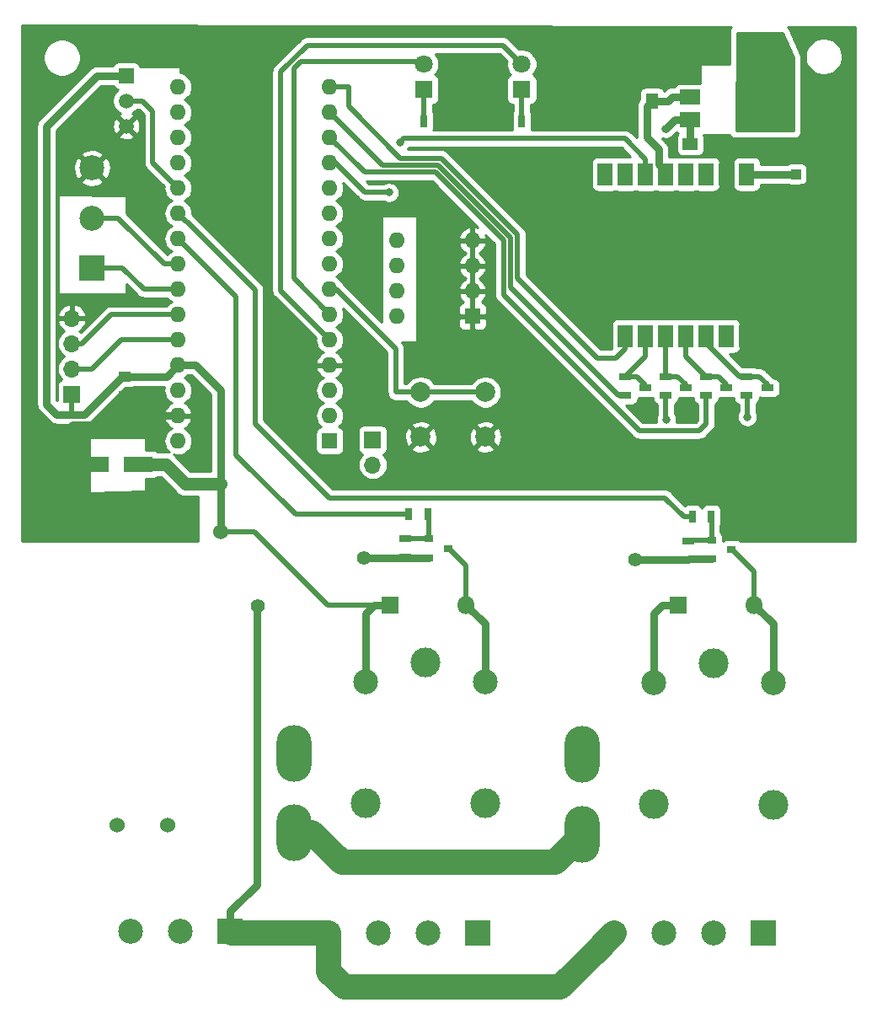
<source format=gbr>
G04 #@! TF.GenerationSoftware,KiCad,Pcbnew,5.1.2-f72e74a~84~ubuntu18.04.1*
G04 #@! TF.CreationDate,2019-06-24T12:10:09-06:00*
G04 #@! TF.ProjectId,LORA_Relay_AC,4c4f5241-5f52-4656-9c61-795f41432e6b,rev?*
G04 #@! TF.SameCoordinates,Original*
G04 #@! TF.FileFunction,Copper,L1,Top*
G04 #@! TF.FilePolarity,Positive*
%FSLAX46Y46*%
G04 Gerber Fmt 4.6, Leading zero omitted, Abs format (unit mm)*
G04 Created by KiCad (PCBNEW 5.1.2-f72e74a~84~ubuntu18.04.1) date 2019-06-24 12:10:09*
%MOMM*%
%LPD*%
G04 APERTURE LIST*
%ADD10R,1.700000X1.700000*%
%ADD11O,1.700000X1.700000*%
%ADD12C,1.524000*%
%ADD13R,1.524000X2.286000*%
%ADD14C,2.500000*%
%ADD15R,2.500000X2.500000*%
%ADD16C,3.000000*%
%ADD17R,1.500000X1.250000*%
%ADD18R,1.250000X1.500000*%
%ADD19R,1.250000X1.000000*%
%ADD20C,1.800000*%
%ADD21R,1.800000X1.800000*%
%ADD22O,1.800000X1.800000*%
%ADD23O,3.556000X5.715000*%
%ADD24R,0.700000X1.300000*%
%ADD25R,1.300000X0.700000*%
%ADD26C,2.000000*%
%ADD27R,1.600000X1.600000*%
%ADD28O,1.600000X1.600000*%
%ADD29R,0.900000X0.800000*%
%ADD30C,1.520000*%
%ADD31R,1.520000X1.520000*%
%ADD32R,2.000000X3.800000*%
%ADD33R,2.000000X1.500000*%
%ADD34R,3.000000X1.600000*%
%ADD35R,1.000000X1.000000*%
%ADD36R,2.200000X1.050000*%
%ADD37C,0.800000*%
%ADD38C,1.397000*%
%ADD39C,0.762000*%
%ADD40C,0.508000*%
%ADD41C,1.270000*%
%ADD42C,2.540000*%
%ADD43C,0.254000*%
G04 APERTURE END LIST*
D10*
X87884000Y-95504000D03*
D11*
X87884000Y-92964000D03*
X87884000Y-90424000D03*
X87884000Y-87884000D03*
D12*
X87122000Y-109347000D03*
X102870000Y-109347000D03*
X92456000Y-138811000D03*
X97536000Y-138811000D03*
D13*
X155702000Y-73406000D03*
X153670000Y-73406000D03*
X151638000Y-73406000D03*
X149606000Y-73406000D03*
X147574000Y-73406000D03*
X145542000Y-73406000D03*
X143510000Y-73406000D03*
X141478000Y-73406000D03*
X141478000Y-89662000D03*
X143510000Y-89662000D03*
X145542000Y-89662000D03*
X147574000Y-89662000D03*
X149606000Y-89662000D03*
X151638000Y-89662000D03*
X153670000Y-89662000D03*
X155702000Y-89662000D03*
D14*
X98806000Y-149479000D03*
D15*
X103806000Y-149479000D03*
D14*
X93806000Y-149479000D03*
X117394000Y-124378000D03*
D16*
X117394000Y-136578000D03*
X129444000Y-136628000D03*
D14*
X129394000Y-124378000D03*
D16*
X123444000Y-122428000D03*
X152400000Y-122555000D03*
D14*
X158350000Y-124505000D03*
D16*
X158400000Y-136755000D03*
X146350000Y-136705000D03*
D14*
X146350000Y-124505000D03*
D17*
X152527001Y-70358000D03*
X150027001Y-70358000D03*
D18*
X146177000Y-63540001D03*
X146177000Y-66040001D03*
D19*
X93218000Y-93726000D03*
X93218000Y-95726000D03*
D20*
X123253500Y-62357000D03*
D21*
X123253500Y-64897000D03*
X133096000Y-64897000D03*
D20*
X133096000Y-62357000D03*
D21*
X119888000Y-116713000D03*
D22*
X127508000Y-116713000D03*
X156464000Y-116713000D03*
D21*
X148844000Y-116713000D03*
D23*
X110236000Y-139573000D03*
X110236000Y-131573000D03*
X139192000Y-131700000D03*
X139192000Y-139700000D03*
D24*
X134996000Y-68072000D03*
X133096000Y-68072000D03*
X123253499Y-68072000D03*
X125153499Y-68072000D03*
X121732000Y-107569000D03*
X123632000Y-107569000D03*
D25*
X121412000Y-109987001D03*
X121412000Y-111887001D03*
X151638000Y-93726000D03*
X151638000Y-95626000D03*
X153670000Y-96771500D03*
X153670000Y-94871500D03*
X155702000Y-93726000D03*
X155702000Y-95626000D03*
X157797500Y-96769000D03*
X157797500Y-94869000D03*
X147574000Y-95626000D03*
X147574000Y-93726000D03*
X149542500Y-94871500D03*
X149542500Y-96771500D03*
X143510000Y-95631001D03*
X143510000Y-93731001D03*
X145542000Y-94871500D03*
X145542000Y-96771500D03*
D24*
X152146001Y-107823000D03*
X150246001Y-107823000D03*
D25*
X149860000Y-112136000D03*
X149860000Y-110236000D03*
D26*
X129436000Y-95313501D03*
X129436000Y-99813501D03*
X122936000Y-95313501D03*
X122936000Y-99813501D03*
D27*
X113792000Y-100203000D03*
D28*
X98552000Y-67183000D03*
X113792000Y-97663000D03*
X98552000Y-69723000D03*
X113792000Y-95123000D03*
X98552000Y-72263000D03*
X113792000Y-92583000D03*
X98552000Y-74803000D03*
X113792000Y-90043000D03*
X98552000Y-77343000D03*
X113792000Y-87503000D03*
X98552000Y-79883000D03*
X113792000Y-84963000D03*
X98552000Y-82423000D03*
X113792000Y-82423000D03*
X98552000Y-84963000D03*
X113792000Y-79883000D03*
X98552000Y-87503000D03*
X113792000Y-77343000D03*
X98552000Y-90043000D03*
X113792000Y-74803000D03*
X98552000Y-92583000D03*
X113792000Y-72263000D03*
X98552000Y-95123000D03*
X113792000Y-69723000D03*
X98552000Y-97663000D03*
X113792000Y-67183000D03*
X98552000Y-100203000D03*
X113792000Y-64643000D03*
X98552000Y-64643000D03*
D14*
X113698000Y-149606000D03*
X118698000Y-149606000D03*
D15*
X128698000Y-149606000D03*
D14*
X123698000Y-149606000D03*
X152400000Y-149606000D03*
D15*
X157400000Y-149606000D03*
D14*
X147400000Y-149606000D03*
X142400000Y-149606000D03*
D29*
X125714000Y-110998000D03*
X123714000Y-111948000D03*
X123714000Y-110048000D03*
X152178000Y-110175000D03*
X152178000Y-112075000D03*
X154178000Y-111125000D03*
D30*
X93345000Y-66040000D03*
X93345000Y-68580000D03*
D31*
X93345000Y-63500000D03*
D32*
X156286999Y-65659000D03*
D33*
X149986999Y-65659000D03*
X149986999Y-67959000D03*
X149986999Y-63359000D03*
D34*
X90151500Y-102552500D03*
X94551500Y-102552500D03*
D35*
X160655000Y-73406000D03*
X163655000Y-73406000D03*
D36*
X162155000Y-74881000D03*
X162155000Y-71931000D03*
D14*
X89916000Y-77804000D03*
D15*
X89916000Y-82804000D03*
D14*
X89916000Y-72804000D03*
D27*
X128143000Y-87693500D03*
D28*
X120523000Y-80073500D03*
X128143000Y-85153500D03*
X120523000Y-82613500D03*
X128143000Y-82613500D03*
X120523000Y-85153500D03*
X128143000Y-80073500D03*
X120523000Y-87693500D03*
D10*
X118110000Y-100076000D03*
D11*
X118110000Y-102616000D03*
D37*
X147574000Y-68834000D03*
X149606000Y-97663000D03*
X145542000Y-97663000D03*
X155702000Y-70612000D03*
X159004000Y-70612000D03*
X161290000Y-70612000D03*
X159004000Y-76708000D03*
X155702000Y-76708000D03*
X161290000Y-76708000D03*
X163576000Y-76708000D03*
X163576000Y-70612000D03*
X164846000Y-73406000D03*
X126619000Y-68072000D03*
X126619000Y-62230000D03*
D38*
X106553000Y-116776500D03*
X117221000Y-111950500D03*
X144526000Y-112141000D03*
D37*
X155765500Y-97790000D03*
X147637500Y-98044000D03*
X119761000Y-75247500D03*
X120840500Y-70231000D03*
D39*
X100330000Y-92583000D02*
X98552000Y-92583000D01*
X102870000Y-95123000D02*
X100330000Y-92583000D01*
X150027001Y-67999002D02*
X149986999Y-67959000D01*
X150027001Y-70358000D02*
X150027001Y-67999002D01*
X118226000Y-116713000D02*
X119888000Y-116713000D01*
X117394000Y-117545000D02*
X118226000Y-116713000D01*
X117394000Y-124378000D02*
X117394000Y-117545000D01*
X147182000Y-116713000D02*
X148844000Y-116713000D01*
X146350000Y-117545000D02*
X147182000Y-116713000D01*
X146350000Y-124505000D02*
X146350000Y-117545000D01*
X102870000Y-103632000D02*
X102870000Y-95123000D01*
D40*
X102870000Y-109347000D02*
X106235500Y-109347000D01*
X113601500Y-116713000D02*
X119888000Y-116713000D01*
X106235500Y-109347000D02*
X113601500Y-116713000D01*
D39*
X149986999Y-67959000D02*
X148449000Y-67959000D01*
X148449000Y-67959000D02*
X147574000Y-68834000D01*
D41*
X97321500Y-102552500D02*
X99290000Y-104521000D01*
X94551500Y-102552500D02*
X97321500Y-102552500D01*
D39*
X102870000Y-109347000D02*
X102870000Y-104521000D01*
D41*
X99290000Y-104521000D02*
X102870000Y-104521000D01*
D39*
X102870000Y-104521000D02*
X102870000Y-103632000D01*
X90424000Y-63500000D02*
X90170000Y-63754000D01*
X93345000Y-63500000D02*
X90424000Y-63500000D01*
D40*
X86677500Y-67246500D02*
X90170000Y-63754000D01*
D39*
X90424000Y-63500000D02*
X86677500Y-67246500D01*
X97409000Y-93726000D02*
X98552000Y-92583000D01*
X93218000Y-93726000D02*
X97409000Y-93726000D01*
X92964000Y-93726000D02*
X93218000Y-93726000D01*
X89154000Y-97536000D02*
X92964000Y-93726000D01*
X86677500Y-67246500D02*
X85344000Y-68580000D01*
X85344000Y-96520000D02*
X86360000Y-97536000D01*
X85344000Y-68580000D02*
X85344000Y-96520000D01*
D40*
X87884000Y-95504000D02*
X87884000Y-97536000D01*
D39*
X86360000Y-97536000D02*
X87884000Y-97536000D01*
X87884000Y-97536000D02*
X89154000Y-97536000D01*
X148224999Y-65659000D02*
X149986999Y-65659000D01*
X147828000Y-66055999D02*
X148224999Y-65659000D01*
X147812002Y-66040001D02*
X147828000Y-66055999D01*
X146177000Y-66040001D02*
X147812002Y-66040001D01*
X146161002Y-66055999D02*
X147828000Y-66055999D01*
X145669000Y-66548001D02*
X146161002Y-66055999D01*
X147828000Y-73406000D02*
X146885001Y-72463001D01*
X146885001Y-72463001D02*
X146885001Y-70939001D01*
X146885001Y-70939001D02*
X145669000Y-69723000D01*
X145669000Y-69723000D02*
X145669000Y-66548001D01*
X153924000Y-71754999D02*
X153924000Y-73406000D01*
X152527001Y-70358000D02*
X153924000Y-71754999D01*
X149805998Y-63540001D02*
X149986999Y-63359000D01*
X146177000Y-63540001D02*
X149805998Y-63540001D01*
X91821000Y-97663000D02*
X98552000Y-97663000D01*
X87122000Y-109347000D02*
X87122000Y-103632000D01*
D40*
X93093000Y-95726000D02*
X93218000Y-95726000D01*
X91821000Y-97663000D02*
X91821000Y-96998000D01*
X91821000Y-96998000D02*
X93093000Y-95726000D01*
D41*
X87185500Y-102552500D02*
X87122000Y-102489000D01*
X90151500Y-102552500D02*
X87185500Y-102552500D01*
D39*
X87122000Y-103632000D02*
X87122000Y-102489000D01*
D42*
X113698000Y-153512500D02*
X113698000Y-149606000D01*
X115252500Y-155067000D02*
X113698000Y-153512500D01*
X141150001Y-150886499D02*
X136969500Y-155067000D01*
X142400000Y-149606000D02*
X141150001Y-150855999D01*
X136969500Y-155067000D02*
X115252500Y-155067000D01*
X141150001Y-150855999D02*
X141150001Y-150886499D01*
X103933000Y-149606000D02*
X103806000Y-149479000D01*
X113698000Y-149606000D02*
X103933000Y-149606000D01*
D39*
X121472999Y-111948000D02*
X121412000Y-111887001D01*
X123714000Y-111948000D02*
X121472999Y-111948000D01*
X149921000Y-112075000D02*
X149860000Y-112136000D01*
X152178000Y-112075000D02*
X149921000Y-112075000D01*
X103806000Y-147467000D02*
X106489500Y-144783500D01*
X103806000Y-149479000D02*
X103806000Y-147467000D01*
X106489500Y-144783500D02*
X106489500Y-116840000D01*
X106489500Y-116840000D02*
X106553000Y-116776500D01*
X121348501Y-111950500D02*
X121412000Y-111887001D01*
X117221000Y-111950500D02*
X121348501Y-111950500D01*
X149860000Y-112136000D02*
X144531000Y-112136000D01*
X144531000Y-112136000D02*
X144526000Y-112141000D01*
X87947500Y-98552000D02*
X90932000Y-98552000D01*
X90932000Y-98552000D02*
X91821000Y-97663000D01*
X87122000Y-102489000D02*
X87122000Y-99377500D01*
X87122000Y-99377500D02*
X87947500Y-98552000D01*
D40*
X110172500Y-83883500D02*
X113792000Y-87503000D01*
X123253500Y-62357000D02*
X122999500Y-62103000D01*
X122999500Y-62103000D02*
X110871000Y-62103000D01*
X110871000Y-62103000D02*
X110172500Y-62801500D01*
X110172500Y-62801500D02*
X110172500Y-83883500D01*
X123253499Y-64897001D02*
X123253500Y-64897000D01*
X123253499Y-68072000D02*
X123253499Y-64897001D01*
X133096000Y-68072000D02*
X133096000Y-64897000D01*
X112992001Y-89243001D02*
X113792000Y-90043000D01*
X108839000Y-85090000D02*
X112992001Y-89243001D01*
X131191000Y-60452000D02*
X111520723Y-60452000D01*
X108839000Y-63133723D02*
X108839000Y-85090000D01*
X133096000Y-62357000D02*
X131191000Y-60452000D01*
X111520723Y-60452000D02*
X108839000Y-63133723D01*
D39*
X129394000Y-118599000D02*
X127508000Y-116713000D01*
X129394000Y-124378000D02*
X129394000Y-118599000D01*
D40*
X125764000Y-110998000D02*
X125714000Y-110998000D01*
X127508000Y-112742000D02*
X125764000Y-110998000D01*
X127508000Y-116713000D02*
X127508000Y-112742000D01*
D39*
X158350000Y-118599000D02*
X156464000Y-116713000D01*
X158350000Y-124505000D02*
X158350000Y-118599000D01*
D40*
X154228000Y-111125000D02*
X154178000Y-111125000D01*
X156464000Y-113361000D02*
X154228000Y-111125000D01*
X156464000Y-116713000D02*
X156464000Y-113361000D01*
D42*
X139192000Y-139827000D02*
X139192000Y-139700000D01*
X114998500Y-142557500D02*
X136461500Y-142557500D01*
X110236000Y-139573000D02*
X112014000Y-139573000D01*
X136461500Y-142557500D02*
X139192000Y-139827000D01*
X112014000Y-139573000D02*
X114998500Y-142557500D01*
D40*
X94996000Y-66040000D02*
X93345000Y-66040000D01*
X98552000Y-74803000D02*
X96012000Y-72263000D01*
X96012000Y-67056000D02*
X94996000Y-66040000D01*
X96012000Y-72263000D02*
X96012000Y-67056000D01*
X121732000Y-107569000D02*
X110363000Y-107569000D01*
X110363000Y-107569000D02*
X104394000Y-101600000D01*
X104394000Y-85725000D02*
X98552000Y-79883000D01*
X104394000Y-101600000D02*
X104394000Y-85725000D01*
X121472999Y-110048000D02*
X121412000Y-109987001D01*
X123714000Y-110048000D02*
X121472999Y-110048000D01*
X123714000Y-107585000D02*
X123698000Y-107569000D01*
X123714000Y-110048000D02*
X123714000Y-107585000D01*
X115697000Y-64643000D02*
X113792000Y-64643000D01*
X115697000Y-66611500D02*
X115697000Y-64643000D01*
X120894489Y-71808989D02*
X115697000Y-66611500D01*
X125007268Y-71808989D02*
X120894489Y-71808989D01*
X142557500Y-91884500D02*
X140652500Y-91884500D01*
X132661010Y-83893010D02*
X132661010Y-79462731D01*
X143510000Y-90932000D02*
X142557500Y-91884500D01*
X132661010Y-79462731D02*
X125007268Y-71808989D01*
X140652500Y-91884500D02*
X132661010Y-83893010D01*
X143510000Y-89662000D02*
X143510000Y-90932000D01*
X149606000Y-91694000D02*
X149606000Y-89662000D01*
X151638000Y-93726000D02*
X149606000Y-91694000D01*
X153670000Y-94488000D02*
X153670000Y-94871500D01*
X151638000Y-93726000D02*
X152908000Y-93726000D01*
X152908000Y-93726000D02*
X153670000Y-94488000D01*
X117294010Y-73225010D02*
X113792000Y-69723000D01*
X124420734Y-73225010D02*
X117294010Y-73225010D01*
X151638000Y-98488500D02*
X150939500Y-99187000D01*
X151638000Y-95626000D02*
X151638000Y-98488500D01*
X150939500Y-99187000D02*
X144906722Y-99187000D01*
X144906722Y-99187000D02*
X131244990Y-85525268D01*
X131244990Y-85525268D02*
X131244990Y-80049266D01*
X131244990Y-80049266D02*
X124420734Y-73225010D01*
X151638000Y-90360500D02*
X151638000Y-89662000D01*
X155702000Y-93726000D02*
X155003500Y-93726000D01*
X155003500Y-93726000D02*
X151638000Y-90360500D01*
X157797500Y-94551500D02*
X157797500Y-94871500D01*
X155702000Y-93726000D02*
X156972000Y-93726000D01*
X156972000Y-93726000D02*
X157797500Y-94551500D01*
X155765500Y-95689500D02*
X155702000Y-95626000D01*
X155765500Y-97790000D02*
X155765500Y-95689500D01*
X147574000Y-95626000D02*
X147574000Y-97980500D01*
X147574000Y-97980500D02*
X147637500Y-98044000D01*
X147574000Y-93726000D02*
X147574000Y-89662000D01*
X149542500Y-94551500D02*
X149542500Y-94871500D01*
X147574000Y-93726000D02*
X148717000Y-93726000D01*
X148717000Y-93726000D02*
X149542500Y-94551500D01*
X114591999Y-67982999D02*
X113792000Y-67183000D01*
X124714001Y-72517000D02*
X119126000Y-72517000D01*
X143510000Y-95631001D02*
X142811501Y-95631001D01*
X142811501Y-95631001D02*
X131953000Y-84772500D01*
X131953000Y-79755999D02*
X124714001Y-72517000D01*
X131953000Y-84772500D02*
X131953000Y-79755999D01*
X119126000Y-72517000D02*
X114591999Y-67982999D01*
X145542000Y-91699001D02*
X145542000Y-89662000D01*
X143510000Y-93731001D02*
X145542000Y-91699001D01*
X145542000Y-94620001D02*
X145542000Y-94871500D01*
X143510000Y-93731001D02*
X144653000Y-93731001D01*
X144653000Y-93731001D02*
X145542000Y-94620001D01*
X152178000Y-107855000D02*
X152146000Y-107823000D01*
X152178000Y-110175000D02*
X152178000Y-107855000D01*
X149921000Y-110175000D02*
X149860000Y-110236000D01*
X152178000Y-110175000D02*
X149921000Y-110175000D01*
X99351999Y-78142999D02*
X99415499Y-78142999D01*
X98552000Y-77343000D02*
X99351999Y-78142999D01*
X99415499Y-78142999D02*
X106299000Y-85026500D01*
X106299000Y-85026500D02*
X106299000Y-98488500D01*
X106299000Y-98488500D02*
X113728500Y-105918000D01*
X147483001Y-105918000D02*
X149388001Y-107823000D01*
X149388001Y-107823000D02*
X150246001Y-107823000D01*
X113728500Y-105918000D02*
X147483001Y-105918000D01*
X121850713Y-95313501D02*
X126936500Y-95313501D01*
X120436500Y-95313501D02*
X121850713Y-95313501D01*
X120436500Y-90972500D02*
X114427000Y-84963000D01*
X114427000Y-84963000D02*
X113792000Y-84963000D01*
X120436500Y-95313501D02*
X120436500Y-90972500D01*
X128021787Y-95313501D02*
X122936000Y-95313501D01*
X129436000Y-95313501D02*
X128021787Y-95313501D01*
X143475001Y-69831001D02*
X145542000Y-71898000D01*
X121240499Y-69831001D02*
X143475001Y-69831001D01*
X145542000Y-71898000D02*
X145542000Y-73406000D01*
X120840500Y-70231000D02*
X121240499Y-69831001D01*
X117348000Y-75247500D02*
X119761000Y-75247500D01*
X113792000Y-72263000D02*
X114363500Y-72263000D01*
X114363500Y-72263000D02*
X117348000Y-75247500D01*
D39*
X155956000Y-73406000D02*
X160655000Y-73406000D01*
D40*
X97155000Y-82423000D02*
X98552000Y-82423000D01*
X89916000Y-77804000D02*
X92536000Y-77804000D01*
X92536000Y-77804000D02*
X97155000Y-82423000D01*
X98552000Y-84963000D02*
X95123000Y-84963000D01*
X92964000Y-82804000D02*
X89916000Y-82804000D01*
X95123000Y-84963000D02*
X92964000Y-82804000D01*
X92837000Y-90043000D02*
X98552000Y-90043000D01*
X87884000Y-92964000D02*
X89916000Y-92964000D01*
X89916000Y-92964000D02*
X92837000Y-90043000D01*
X91821000Y-87503000D02*
X98552000Y-87503000D01*
X87884000Y-90424000D02*
X88900000Y-90424000D01*
X88900000Y-90424000D02*
X91821000Y-87503000D01*
D43*
G36*
X160401000Y-61637979D02*
G01*
X160401000Y-69071788D01*
X154655049Y-69056587D01*
X154716959Y-59212917D01*
X159302918Y-59182546D01*
X160401000Y-61637979D01*
X160401000Y-61637979D01*
G37*
X160401000Y-61637979D02*
X160401000Y-69071788D01*
X154655049Y-69056587D01*
X154716959Y-59212917D01*
X159302918Y-59182546D01*
X160401000Y-61637979D01*
G36*
X154184603Y-58602487D02*
G01*
X154144570Y-58634922D01*
X154064996Y-58730649D01*
X154005626Y-58840061D01*
X153968743Y-58958953D01*
X153955763Y-59082756D01*
X153935170Y-62357000D01*
X151130000Y-62357000D01*
X151105224Y-62359440D01*
X151081399Y-62366667D01*
X151059443Y-62378403D01*
X151040197Y-62394197D01*
X151024403Y-62413443D01*
X151012667Y-62435399D01*
X151005440Y-62459224D01*
X151003000Y-62484000D01*
X151003000Y-64272504D01*
X150986999Y-64270928D01*
X148986999Y-64270928D01*
X148862517Y-64283188D01*
X148742819Y-64319498D01*
X148632505Y-64378463D01*
X148535814Y-64457815D01*
X148456462Y-64554506D01*
X148409160Y-64643000D01*
X148274892Y-64643000D01*
X148224998Y-64638086D01*
X148175104Y-64643000D01*
X148175097Y-64643000D01*
X148045176Y-64655796D01*
X148025827Y-64657702D01*
X148004443Y-64664189D01*
X147834312Y-64715798D01*
X147657809Y-64810140D01*
X147503103Y-64937104D01*
X147471286Y-64975873D01*
X147423158Y-65024001D01*
X147379839Y-65024001D01*
X147332537Y-64935507D01*
X147253185Y-64838816D01*
X147156494Y-64759464D01*
X147046180Y-64700499D01*
X146926482Y-64664189D01*
X146802000Y-64651929D01*
X145552000Y-64651929D01*
X145427518Y-64664189D01*
X145307820Y-64700499D01*
X145197506Y-64759464D01*
X145100815Y-64838816D01*
X145021463Y-64935507D01*
X144962498Y-65045821D01*
X144926188Y-65165519D01*
X144913928Y-65290001D01*
X144913928Y-65866531D01*
X144820141Y-65980811D01*
X144728910Y-66151494D01*
X144725799Y-66157314D01*
X144667702Y-66348831D01*
X144648085Y-66548001D01*
X144653001Y-66597912D01*
X144653000Y-69673098D01*
X144648085Y-69723000D01*
X144650691Y-69749455D01*
X144134500Y-69233265D01*
X144106660Y-69199342D01*
X143971292Y-69088248D01*
X143816852Y-69005698D01*
X143649275Y-68954865D01*
X143518668Y-68942001D01*
X143518661Y-68942001D01*
X143475001Y-68937701D01*
X143431341Y-68942001D01*
X134042837Y-68942001D01*
X134071812Y-68846482D01*
X134084072Y-68722000D01*
X134084072Y-67422000D01*
X134071812Y-67297518D01*
X134035502Y-67177820D01*
X133985000Y-67083339D01*
X133985000Y-66435072D01*
X133996000Y-66435072D01*
X134120482Y-66422812D01*
X134240180Y-66386502D01*
X134350494Y-66327537D01*
X134447185Y-66248185D01*
X134526537Y-66151494D01*
X134585502Y-66041180D01*
X134621812Y-65921482D01*
X134634072Y-65797000D01*
X134634072Y-63997000D01*
X134621812Y-63872518D01*
X134585502Y-63752820D01*
X134526537Y-63642506D01*
X134447185Y-63545815D01*
X134350494Y-63466463D01*
X134240180Y-63407498D01*
X134221873Y-63401944D01*
X134288312Y-63335505D01*
X134456299Y-63084095D01*
X134572011Y-62804743D01*
X134631000Y-62508184D01*
X134631000Y-62205816D01*
X134572011Y-61909257D01*
X134456299Y-61629905D01*
X134288312Y-61378495D01*
X134074505Y-61164688D01*
X133823095Y-60996701D01*
X133543743Y-60880989D01*
X133247184Y-60822000D01*
X132944816Y-60822000D01*
X132839237Y-60843001D01*
X131850499Y-59854264D01*
X131822659Y-59820341D01*
X131687291Y-59709247D01*
X131532851Y-59626697D01*
X131365274Y-59575864D01*
X131234667Y-59563000D01*
X131234660Y-59563000D01*
X131191000Y-59558700D01*
X131147340Y-59563000D01*
X111564382Y-59563000D01*
X111520722Y-59558700D01*
X111477062Y-59563000D01*
X111477056Y-59563000D01*
X111364796Y-59574057D01*
X111346448Y-59575864D01*
X111273481Y-59597998D01*
X111178872Y-59626697D01*
X111024432Y-59709247D01*
X110965277Y-59757794D01*
X110935248Y-59782439D01*
X110889064Y-59820341D01*
X110861229Y-59854258D01*
X108241264Y-62474224D01*
X108207341Y-62502064D01*
X108096247Y-62637433D01*
X108013697Y-62791873D01*
X107962864Y-62959450D01*
X107950000Y-63090057D01*
X107950000Y-63090063D01*
X107945700Y-63133723D01*
X107950000Y-63177383D01*
X107950001Y-85046330D01*
X107945700Y-85090000D01*
X107962864Y-85264274D01*
X108013698Y-85431852D01*
X108077238Y-85550726D01*
X108096248Y-85586291D01*
X108207342Y-85721659D01*
X108241259Y-85749494D01*
X112366618Y-89874853D01*
X112350057Y-90043000D01*
X112377764Y-90324309D01*
X112459818Y-90594808D01*
X112593068Y-90844101D01*
X112772392Y-91062608D01*
X112990899Y-91241932D01*
X113128682Y-91315579D01*
X112936869Y-91430615D01*
X112728481Y-91619586D01*
X112560963Y-91845580D01*
X112440754Y-92099913D01*
X112400096Y-92233961D01*
X112522085Y-92456000D01*
X113665000Y-92456000D01*
X113665000Y-92436000D01*
X113919000Y-92436000D01*
X113919000Y-92456000D01*
X115061915Y-92456000D01*
X115183904Y-92233961D01*
X115143246Y-92099913D01*
X115023037Y-91845580D01*
X114855519Y-91619586D01*
X114647131Y-91430615D01*
X114455318Y-91315579D01*
X114593101Y-91241932D01*
X114811608Y-91062608D01*
X114990932Y-90844101D01*
X115124182Y-90594808D01*
X115206236Y-90324309D01*
X115233943Y-90043000D01*
X115206236Y-89761691D01*
X115124182Y-89491192D01*
X114990932Y-89241899D01*
X114811608Y-89023392D01*
X114593101Y-88844068D01*
X114460142Y-88773000D01*
X114593101Y-88701932D01*
X114811608Y-88522608D01*
X114990932Y-88304101D01*
X115124182Y-88054808D01*
X115206236Y-87784309D01*
X115233943Y-87503000D01*
X115206236Y-87221691D01*
X115124182Y-86951192D01*
X115085399Y-86878634D01*
X119547501Y-91340736D01*
X119547500Y-95269833D01*
X119543199Y-95313501D01*
X119560364Y-95487775D01*
X119611197Y-95655352D01*
X119693747Y-95809792D01*
X119732549Y-95857072D01*
X119804841Y-95945160D01*
X119940209Y-96056254D01*
X120094649Y-96138804D01*
X120262226Y-96189637D01*
X120436500Y-96206802D01*
X120480167Y-96202501D01*
X121563613Y-96202501D01*
X121666013Y-96355753D01*
X121893748Y-96583488D01*
X122161537Y-96762419D01*
X122459088Y-96885669D01*
X122774967Y-96948501D01*
X123097033Y-96948501D01*
X123412912Y-96885669D01*
X123710463Y-96762419D01*
X123978252Y-96583488D01*
X124205987Y-96355753D01*
X124308387Y-96202501D01*
X128063613Y-96202501D01*
X128166013Y-96355753D01*
X128393748Y-96583488D01*
X128661537Y-96762419D01*
X128959088Y-96885669D01*
X129274967Y-96948501D01*
X129597033Y-96948501D01*
X129912912Y-96885669D01*
X130210463Y-96762419D01*
X130478252Y-96583488D01*
X130705987Y-96355753D01*
X130884918Y-96087964D01*
X131008168Y-95790413D01*
X131071000Y-95474534D01*
X131071000Y-95152468D01*
X131008168Y-94836589D01*
X130884918Y-94539038D01*
X130705987Y-94271249D01*
X130478252Y-94043514D01*
X130210463Y-93864583D01*
X129912912Y-93741333D01*
X129597033Y-93678501D01*
X129274967Y-93678501D01*
X128959088Y-93741333D01*
X128661537Y-93864583D01*
X128393748Y-94043514D01*
X128166013Y-94271249D01*
X128063613Y-94424501D01*
X124308387Y-94424501D01*
X124205987Y-94271249D01*
X123978252Y-94043514D01*
X123710463Y-93864583D01*
X123412912Y-93741333D01*
X123097033Y-93678501D01*
X122774967Y-93678501D01*
X122459088Y-93741333D01*
X122161537Y-93864583D01*
X121893748Y-94043514D01*
X121666013Y-94271249D01*
X121563613Y-94424501D01*
X121325500Y-94424501D01*
X121325500Y-91016159D01*
X121329800Y-90972499D01*
X121325500Y-90928839D01*
X121325500Y-90928833D01*
X121312636Y-90798226D01*
X121312636Y-90798224D01*
X121261802Y-90630647D01*
X121244498Y-90598274D01*
X121179253Y-90476209D01*
X121068159Y-90340841D01*
X121034236Y-90313001D01*
X121018235Y-90297000D01*
X122428000Y-90297000D01*
X122452776Y-90294560D01*
X122476601Y-90287333D01*
X122498557Y-90275597D01*
X122517803Y-90259803D01*
X122533597Y-90240557D01*
X122545333Y-90218601D01*
X122552560Y-90194776D01*
X122555000Y-90170000D01*
X122555000Y-88493500D01*
X126704928Y-88493500D01*
X126717188Y-88617982D01*
X126753498Y-88737680D01*
X126812463Y-88847994D01*
X126891815Y-88944685D01*
X126988506Y-89024037D01*
X127098820Y-89083002D01*
X127218518Y-89119312D01*
X127343000Y-89131572D01*
X127857250Y-89128500D01*
X128016000Y-88969750D01*
X128016000Y-87820500D01*
X128270000Y-87820500D01*
X128270000Y-88969750D01*
X128428750Y-89128500D01*
X128943000Y-89131572D01*
X129067482Y-89119312D01*
X129187180Y-89083002D01*
X129297494Y-89024037D01*
X129394185Y-88944685D01*
X129473537Y-88847994D01*
X129532502Y-88737680D01*
X129568812Y-88617982D01*
X129581072Y-88493500D01*
X129578000Y-87979250D01*
X129419250Y-87820500D01*
X128270000Y-87820500D01*
X128016000Y-87820500D01*
X126866750Y-87820500D01*
X126708000Y-87979250D01*
X126704928Y-88493500D01*
X122555000Y-88493500D01*
X122555000Y-86893500D01*
X126704928Y-86893500D01*
X126708000Y-87407750D01*
X126866750Y-87566500D01*
X128016000Y-87566500D01*
X128016000Y-85280500D01*
X128270000Y-85280500D01*
X128270000Y-87566500D01*
X129419250Y-87566500D01*
X129578000Y-87407750D01*
X129581072Y-86893500D01*
X129568812Y-86769018D01*
X129532502Y-86649320D01*
X129473537Y-86539006D01*
X129394185Y-86442315D01*
X129297494Y-86362963D01*
X129187180Y-86303998D01*
X129067482Y-86267688D01*
X129042920Y-86265269D01*
X129206519Y-86116914D01*
X129374037Y-85890920D01*
X129494246Y-85636587D01*
X129534904Y-85502539D01*
X129412915Y-85280500D01*
X128270000Y-85280500D01*
X128016000Y-85280500D01*
X126873085Y-85280500D01*
X126751096Y-85502539D01*
X126791754Y-85636587D01*
X126911963Y-85890920D01*
X127079481Y-86116914D01*
X127243080Y-86265269D01*
X127218518Y-86267688D01*
X127098820Y-86303998D01*
X126988506Y-86362963D01*
X126891815Y-86442315D01*
X126812463Y-86539006D01*
X126753498Y-86649320D01*
X126717188Y-86769018D01*
X126704928Y-86893500D01*
X122555000Y-86893500D01*
X122555000Y-82962539D01*
X126751096Y-82962539D01*
X126791754Y-83096587D01*
X126911963Y-83350920D01*
X127079481Y-83576914D01*
X127287869Y-83765885D01*
X127483982Y-83883500D01*
X127287869Y-84001115D01*
X127079481Y-84190086D01*
X126911963Y-84416080D01*
X126791754Y-84670413D01*
X126751096Y-84804461D01*
X126873085Y-85026500D01*
X128016000Y-85026500D01*
X128016000Y-82740500D01*
X128270000Y-82740500D01*
X128270000Y-85026500D01*
X129412915Y-85026500D01*
X129534904Y-84804461D01*
X129494246Y-84670413D01*
X129374037Y-84416080D01*
X129206519Y-84190086D01*
X128998131Y-84001115D01*
X128802018Y-83883500D01*
X128998131Y-83765885D01*
X129206519Y-83576914D01*
X129374037Y-83350920D01*
X129494246Y-83096587D01*
X129534904Y-82962539D01*
X129412915Y-82740500D01*
X128270000Y-82740500D01*
X128016000Y-82740500D01*
X126873085Y-82740500D01*
X126751096Y-82962539D01*
X122555000Y-82962539D01*
X122555000Y-80422539D01*
X126751096Y-80422539D01*
X126791754Y-80556587D01*
X126911963Y-80810920D01*
X127079481Y-81036914D01*
X127287869Y-81225885D01*
X127483982Y-81343500D01*
X127287869Y-81461115D01*
X127079481Y-81650086D01*
X126911963Y-81876080D01*
X126791754Y-82130413D01*
X126751096Y-82264461D01*
X126873085Y-82486500D01*
X128016000Y-82486500D01*
X128016000Y-80200500D01*
X128270000Y-80200500D01*
X128270000Y-82486500D01*
X129412915Y-82486500D01*
X129534904Y-82264461D01*
X129494246Y-82130413D01*
X129374037Y-81876080D01*
X129206519Y-81650086D01*
X128998131Y-81461115D01*
X128802018Y-81343500D01*
X128998131Y-81225885D01*
X129206519Y-81036914D01*
X129374037Y-80810920D01*
X129494246Y-80556587D01*
X129534904Y-80422539D01*
X129412915Y-80200500D01*
X128270000Y-80200500D01*
X128016000Y-80200500D01*
X126873085Y-80200500D01*
X126751096Y-80422539D01*
X122555000Y-80422539D01*
X122555000Y-79724461D01*
X126751096Y-79724461D01*
X126873085Y-79946500D01*
X128016000Y-79946500D01*
X128016000Y-78802876D01*
X127793960Y-78681591D01*
X127529119Y-78776430D01*
X127287869Y-78921115D01*
X127079481Y-79110086D01*
X126911963Y-79336080D01*
X126791754Y-79590413D01*
X126751096Y-79724461D01*
X122555000Y-79724461D01*
X122555000Y-77724000D01*
X122552560Y-77699224D01*
X122545333Y-77675399D01*
X122533597Y-77653443D01*
X122517803Y-77634197D01*
X122498557Y-77618403D01*
X122476601Y-77606667D01*
X122452776Y-77599440D01*
X122428000Y-77597000D01*
X119126000Y-77597000D01*
X119101224Y-77599440D01*
X119077399Y-77606667D01*
X119055443Y-77618403D01*
X119036197Y-77634197D01*
X119020403Y-77653443D01*
X119008667Y-77675399D01*
X119001440Y-77699224D01*
X118999000Y-77724000D01*
X118999000Y-88277765D01*
X115114714Y-84393479D01*
X114990932Y-84161899D01*
X114811608Y-83943392D01*
X114593101Y-83764068D01*
X114460142Y-83693000D01*
X114593101Y-83621932D01*
X114811608Y-83442608D01*
X114990932Y-83224101D01*
X115124182Y-82974808D01*
X115206236Y-82704309D01*
X115233943Y-82423000D01*
X115206236Y-82141691D01*
X115124182Y-81871192D01*
X114990932Y-81621899D01*
X114811608Y-81403392D01*
X114593101Y-81224068D01*
X114460142Y-81153000D01*
X114593101Y-81081932D01*
X114811608Y-80902608D01*
X114990932Y-80684101D01*
X115124182Y-80434808D01*
X115206236Y-80164309D01*
X115233943Y-79883000D01*
X115206236Y-79601691D01*
X115124182Y-79331192D01*
X114990932Y-79081899D01*
X114811608Y-78863392D01*
X114593101Y-78684068D01*
X114460142Y-78613000D01*
X114593101Y-78541932D01*
X114811608Y-78362608D01*
X114990932Y-78144101D01*
X115124182Y-77894808D01*
X115206236Y-77624309D01*
X115233943Y-77343000D01*
X115206236Y-77061691D01*
X115124182Y-76791192D01*
X114990932Y-76541899D01*
X114811608Y-76323392D01*
X114593101Y-76144068D01*
X114460142Y-76073000D01*
X114593101Y-76001932D01*
X114811608Y-75822608D01*
X114990932Y-75604101D01*
X115124182Y-75354808D01*
X115206236Y-75084309D01*
X115233943Y-74803000D01*
X115206236Y-74521691D01*
X115137125Y-74293860D01*
X116688501Y-75845236D01*
X116716341Y-75879159D01*
X116851709Y-75990253D01*
X117006149Y-76072803D01*
X117072058Y-76092796D01*
X117173724Y-76123636D01*
X117206924Y-76126906D01*
X117304333Y-76136500D01*
X117304339Y-76136500D01*
X117347999Y-76140800D01*
X117391659Y-76136500D01*
X119228532Y-76136500D01*
X119270744Y-76164705D01*
X119459102Y-76242726D01*
X119659061Y-76282500D01*
X119862939Y-76282500D01*
X120062898Y-76242726D01*
X120251256Y-76164705D01*
X120420774Y-76051437D01*
X120564937Y-75907274D01*
X120678205Y-75737756D01*
X120756226Y-75549398D01*
X120796000Y-75349439D01*
X120796000Y-75145561D01*
X120756226Y-74945602D01*
X120678205Y-74757244D01*
X120564937Y-74587726D01*
X120420774Y-74443563D01*
X120251256Y-74330295D01*
X120062898Y-74252274D01*
X119862939Y-74212500D01*
X119659061Y-74212500D01*
X119459102Y-74252274D01*
X119270744Y-74330295D01*
X119228532Y-74358500D01*
X117716235Y-74358500D01*
X117471745Y-74114010D01*
X124052499Y-74114010D01*
X128691510Y-78753021D01*
X128492040Y-78681591D01*
X128270000Y-78802876D01*
X128270000Y-79946500D01*
X129412915Y-79946500D01*
X129534904Y-79724461D01*
X129494246Y-79590413D01*
X129463185Y-79524696D01*
X130355991Y-80417502D01*
X130355990Y-85481608D01*
X130351690Y-85525268D01*
X130355990Y-85568928D01*
X130355990Y-85568934D01*
X130363840Y-85648636D01*
X130368854Y-85699542D01*
X130370738Y-85705753D01*
X130419687Y-85867118D01*
X130502237Y-86021558D01*
X130613331Y-86156927D01*
X130647254Y-86184767D01*
X144247228Y-99784742D01*
X144275063Y-99818659D01*
X144308980Y-99846494D01*
X144308981Y-99846495D01*
X144345050Y-99876096D01*
X144410431Y-99929753D01*
X144564871Y-100012303D01*
X144681614Y-100047716D01*
X144732447Y-100063136D01*
X144749047Y-100064771D01*
X144863055Y-100076000D01*
X144863062Y-100076000D01*
X144906722Y-100080300D01*
X144950382Y-100076000D01*
X150895840Y-100076000D01*
X150939500Y-100080300D01*
X150983160Y-100076000D01*
X150983167Y-100076000D01*
X151113774Y-100063136D01*
X151281351Y-100012303D01*
X151435791Y-99929753D01*
X151571159Y-99818659D01*
X151598998Y-99784737D01*
X152235741Y-99147995D01*
X152269659Y-99120159D01*
X152380753Y-98984791D01*
X152463303Y-98830351D01*
X152495790Y-98723253D01*
X152514136Y-98662776D01*
X152520916Y-98593937D01*
X152527000Y-98532167D01*
X152527000Y-98532161D01*
X152531300Y-98488501D01*
X152527000Y-98444841D01*
X152527000Y-96567073D01*
X152532180Y-96565502D01*
X152642494Y-96506537D01*
X152739185Y-96427185D01*
X152818537Y-96330494D01*
X152877502Y-96220180D01*
X152913812Y-96100482D01*
X152926072Y-95976000D01*
X152926072Y-95850321D01*
X153020000Y-95859572D01*
X154320000Y-95859572D01*
X154413928Y-95850321D01*
X154413928Y-95976000D01*
X154426188Y-96100482D01*
X154462498Y-96220180D01*
X154521463Y-96330494D01*
X154600815Y-96427185D01*
X154697506Y-96506537D01*
X154807820Y-96565502D01*
X154876501Y-96586336D01*
X154876500Y-97257532D01*
X154848295Y-97299744D01*
X154770274Y-97488102D01*
X154730500Y-97688061D01*
X154730500Y-97891939D01*
X154770274Y-98091898D01*
X154848295Y-98280256D01*
X154961563Y-98449774D01*
X155105726Y-98593937D01*
X155275244Y-98707205D01*
X155463602Y-98785226D01*
X155663561Y-98825000D01*
X155867439Y-98825000D01*
X156067398Y-98785226D01*
X156255756Y-98707205D01*
X156425274Y-98593937D01*
X156569437Y-98449774D01*
X156682705Y-98280256D01*
X156760726Y-98091898D01*
X156800500Y-97891939D01*
X156800500Y-97688061D01*
X156760726Y-97488102D01*
X156682705Y-97299744D01*
X156654500Y-97257532D01*
X156654500Y-96534329D01*
X156706494Y-96506537D01*
X156803185Y-96427185D01*
X156882537Y-96330494D01*
X156941502Y-96220180D01*
X156977812Y-96100482D01*
X156990072Y-95976000D01*
X156990072Y-95834818D01*
X157023018Y-95844812D01*
X157147500Y-95857072D01*
X158447500Y-95857072D01*
X158571982Y-95844812D01*
X158691680Y-95808502D01*
X158801994Y-95749537D01*
X158898685Y-95670185D01*
X158978037Y-95573494D01*
X159037002Y-95463180D01*
X159073312Y-95343482D01*
X159085572Y-95219000D01*
X159085572Y-94519000D01*
X159073312Y-94394518D01*
X159037002Y-94274820D01*
X158978037Y-94164506D01*
X158898685Y-94067815D01*
X158801994Y-93988463D01*
X158691680Y-93929498D01*
X158571982Y-93893188D01*
X158447500Y-93880928D01*
X158384163Y-93880928D01*
X157631499Y-93128264D01*
X157603659Y-93094341D01*
X157468291Y-92983247D01*
X157313851Y-92900697D01*
X157146274Y-92849864D01*
X157015667Y-92837000D01*
X157015660Y-92837000D01*
X156972000Y-92832700D01*
X156928340Y-92837000D01*
X156690661Y-92837000D01*
X156596180Y-92786498D01*
X156476482Y-92750188D01*
X156352000Y-92737928D01*
X155272664Y-92737928D01*
X153977808Y-91443072D01*
X154432000Y-91443072D01*
X154556482Y-91430812D01*
X154676180Y-91394502D01*
X154786494Y-91335537D01*
X154883185Y-91256185D01*
X154962537Y-91159494D01*
X155021502Y-91049180D01*
X155057812Y-90929482D01*
X155070072Y-90805000D01*
X155070072Y-88519000D01*
X155057812Y-88394518D01*
X155021502Y-88274820D01*
X154962537Y-88164506D01*
X154883185Y-88067815D01*
X154786494Y-87988463D01*
X154676180Y-87929498D01*
X154556482Y-87893188D01*
X154432000Y-87880928D01*
X152908000Y-87880928D01*
X152783518Y-87893188D01*
X152663820Y-87929498D01*
X152654000Y-87934747D01*
X152644180Y-87929498D01*
X152524482Y-87893188D01*
X152400000Y-87880928D01*
X150876000Y-87880928D01*
X150751518Y-87893188D01*
X150631820Y-87929498D01*
X150622000Y-87934747D01*
X150612180Y-87929498D01*
X150492482Y-87893188D01*
X150368000Y-87880928D01*
X148844000Y-87880928D01*
X148719518Y-87893188D01*
X148599820Y-87929498D01*
X148590000Y-87934747D01*
X148580180Y-87929498D01*
X148460482Y-87893188D01*
X148336000Y-87880928D01*
X146812000Y-87880928D01*
X146687518Y-87893188D01*
X146567820Y-87929498D01*
X146558000Y-87934747D01*
X146548180Y-87929498D01*
X146428482Y-87893188D01*
X146304000Y-87880928D01*
X144780000Y-87880928D01*
X144655518Y-87893188D01*
X144535820Y-87929498D01*
X144526000Y-87934747D01*
X144516180Y-87929498D01*
X144396482Y-87893188D01*
X144272000Y-87880928D01*
X142748000Y-87880928D01*
X142623518Y-87893188D01*
X142503820Y-87929498D01*
X142393506Y-87988463D01*
X142296815Y-88067815D01*
X142217463Y-88164506D01*
X142158498Y-88274820D01*
X142122188Y-88394518D01*
X142109928Y-88519000D01*
X142109928Y-90805000D01*
X142122188Y-90929482D01*
X142142214Y-90995500D01*
X141020736Y-90995500D01*
X133550010Y-83524775D01*
X133550010Y-79506391D01*
X133554310Y-79462731D01*
X133550010Y-79419071D01*
X133550010Y-79419064D01*
X133537146Y-79288457D01*
X133486313Y-79120880D01*
X133480544Y-79110086D01*
X133424704Y-79005618D01*
X133403763Y-78966440D01*
X133292669Y-78831072D01*
X133258752Y-78803237D01*
X125666767Y-71211253D01*
X125638927Y-71177330D01*
X125503559Y-71066236D01*
X125349119Y-70983686D01*
X125181542Y-70932853D01*
X125050935Y-70919989D01*
X125050928Y-70919989D01*
X125007268Y-70915689D01*
X124963608Y-70919989D01*
X121615222Y-70919989D01*
X121644437Y-70890774D01*
X121757705Y-70721256D01*
X121758225Y-70720001D01*
X143106766Y-70720001D01*
X144011692Y-71624928D01*
X142748000Y-71624928D01*
X142623518Y-71637188D01*
X142503820Y-71673498D01*
X142494000Y-71678747D01*
X142484180Y-71673498D01*
X142364482Y-71637188D01*
X142240000Y-71624928D01*
X140716000Y-71624928D01*
X140591518Y-71637188D01*
X140471820Y-71673498D01*
X140361506Y-71732463D01*
X140264815Y-71811815D01*
X140185463Y-71908506D01*
X140126498Y-72018820D01*
X140090188Y-72138518D01*
X140077928Y-72263000D01*
X140077928Y-74549000D01*
X140090188Y-74673482D01*
X140126498Y-74793180D01*
X140185463Y-74903494D01*
X140264815Y-75000185D01*
X140361506Y-75079537D01*
X140471820Y-75138502D01*
X140591518Y-75174812D01*
X140716000Y-75187072D01*
X142240000Y-75187072D01*
X142364482Y-75174812D01*
X142484180Y-75138502D01*
X142494000Y-75133253D01*
X142503820Y-75138502D01*
X142623518Y-75174812D01*
X142748000Y-75187072D01*
X144272000Y-75187072D01*
X144396482Y-75174812D01*
X144516180Y-75138502D01*
X144526000Y-75133253D01*
X144535820Y-75138502D01*
X144655518Y-75174812D01*
X144780000Y-75187072D01*
X146304000Y-75187072D01*
X146428482Y-75174812D01*
X146548180Y-75138502D01*
X146558000Y-75133253D01*
X146567820Y-75138502D01*
X146687518Y-75174812D01*
X146812000Y-75187072D01*
X148336000Y-75187072D01*
X148460482Y-75174812D01*
X148580180Y-75138502D01*
X148590000Y-75133253D01*
X148599820Y-75138502D01*
X148719518Y-75174812D01*
X148844000Y-75187072D01*
X150368000Y-75187072D01*
X150492482Y-75174812D01*
X150612180Y-75138502D01*
X150622000Y-75133253D01*
X150631820Y-75138502D01*
X150751518Y-75174812D01*
X150876000Y-75187072D01*
X152400000Y-75187072D01*
X152524482Y-75174812D01*
X152644180Y-75138502D01*
X152754494Y-75079537D01*
X152851185Y-75000185D01*
X152930537Y-74903494D01*
X152989502Y-74793180D01*
X153025812Y-74673482D01*
X153038072Y-74549000D01*
X153038072Y-72263000D01*
X154301928Y-72263000D01*
X154301928Y-74549000D01*
X154314188Y-74673482D01*
X154350498Y-74793180D01*
X154409463Y-74903494D01*
X154488815Y-75000185D01*
X154585506Y-75079537D01*
X154695820Y-75138502D01*
X154815518Y-75174812D01*
X154940000Y-75187072D01*
X156464000Y-75187072D01*
X156588482Y-75174812D01*
X156708180Y-75138502D01*
X156818494Y-75079537D01*
X156915185Y-75000185D01*
X156994537Y-74903494D01*
X157053502Y-74793180D01*
X157089812Y-74673482D01*
X157102072Y-74549000D01*
X157102072Y-74422000D01*
X159782793Y-74422000D01*
X159800506Y-74436537D01*
X159910820Y-74495502D01*
X160030518Y-74531812D01*
X160155000Y-74544072D01*
X161155000Y-74544072D01*
X161279482Y-74531812D01*
X161399180Y-74495502D01*
X161509494Y-74436537D01*
X161606185Y-74357185D01*
X161685537Y-74260494D01*
X161744502Y-74150180D01*
X161780812Y-74030482D01*
X161793072Y-73906000D01*
X161793072Y-72906000D01*
X161780812Y-72781518D01*
X161744502Y-72661820D01*
X161685537Y-72551506D01*
X161606185Y-72454815D01*
X161509494Y-72375463D01*
X161399180Y-72316498D01*
X161279482Y-72280188D01*
X161155000Y-72267928D01*
X160155000Y-72267928D01*
X160030518Y-72280188D01*
X159910820Y-72316498D01*
X159800506Y-72375463D01*
X159782793Y-72390000D01*
X157102072Y-72390000D01*
X157102072Y-72263000D01*
X157089812Y-72138518D01*
X157053502Y-72018820D01*
X156994537Y-71908506D01*
X156915185Y-71811815D01*
X156818494Y-71732463D01*
X156708180Y-71673498D01*
X156588482Y-71637188D01*
X156464000Y-71624928D01*
X154940000Y-71624928D01*
X154815518Y-71637188D01*
X154695820Y-71673498D01*
X154585506Y-71732463D01*
X154488815Y-71811815D01*
X154409463Y-71908506D01*
X154350498Y-72018820D01*
X154314188Y-72138518D01*
X154301928Y-72263000D01*
X153038072Y-72263000D01*
X153025812Y-72138518D01*
X152989502Y-72018820D01*
X152930537Y-71908506D01*
X152851185Y-71811815D01*
X152754494Y-71732463D01*
X152644180Y-71673498D01*
X152524482Y-71637188D01*
X152400000Y-71624928D01*
X150876000Y-71624928D01*
X150751518Y-71637188D01*
X150631820Y-71673498D01*
X150622000Y-71678747D01*
X150612180Y-71673498D01*
X150492482Y-71637188D01*
X150368000Y-71624928D01*
X148844000Y-71624928D01*
X148719518Y-71637188D01*
X148599820Y-71673498D01*
X148590000Y-71678747D01*
X148580180Y-71673498D01*
X148460482Y-71637188D01*
X148336000Y-71624928D01*
X147901001Y-71624928D01*
X147901001Y-70988902D01*
X147905916Y-70939000D01*
X147886299Y-70739830D01*
X147863964Y-70666202D01*
X147828203Y-70548314D01*
X147733861Y-70371811D01*
X147606897Y-70217105D01*
X147568134Y-70185293D01*
X147169615Y-69786774D01*
X147272102Y-69829226D01*
X147472061Y-69869000D01*
X147675939Y-69869000D01*
X147875898Y-69829226D01*
X148064256Y-69751205D01*
X148233774Y-69637937D01*
X148377937Y-69493774D01*
X148432046Y-69412795D01*
X148617565Y-69227276D01*
X148632505Y-69239537D01*
X148742819Y-69298502D01*
X148798308Y-69315334D01*
X148746464Y-69378506D01*
X148687499Y-69488820D01*
X148651189Y-69608518D01*
X148638929Y-69733000D01*
X148638929Y-70983000D01*
X148651189Y-71107482D01*
X148687499Y-71227180D01*
X148746464Y-71337494D01*
X148825816Y-71434185D01*
X148922507Y-71513537D01*
X149032821Y-71572502D01*
X149152519Y-71608812D01*
X149277001Y-71621072D01*
X150777001Y-71621072D01*
X150901483Y-71608812D01*
X151021181Y-71572502D01*
X151131495Y-71513537D01*
X151228186Y-71434185D01*
X151307538Y-71337494D01*
X151366503Y-71227180D01*
X151402813Y-71107482D01*
X151415073Y-70983000D01*
X151415073Y-69733000D01*
X151402813Y-69608518D01*
X151366503Y-69488820D01*
X151355909Y-69469000D01*
X153963474Y-69469000D01*
X153998335Y-69534639D01*
X154077051Y-69631073D01*
X154173067Y-69710298D01*
X154282695Y-69769269D01*
X154401720Y-69805719D01*
X154525570Y-69818248D01*
X160526320Y-69834123D01*
X160651882Y-69821924D01*
X160771004Y-69785789D01*
X160880787Y-69727108D01*
X160977013Y-69648138D01*
X161055983Y-69551912D01*
X161114664Y-69442129D01*
X161150799Y-69323007D01*
X161163000Y-69199125D01*
X161163000Y-61610875D01*
X161147111Y-61469712D01*
X161126948Y-61409344D01*
X161564000Y-61409344D01*
X161564000Y-61780656D01*
X161636439Y-62144834D01*
X161778534Y-62487882D01*
X161984825Y-62796618D01*
X162247382Y-63059175D01*
X162556118Y-63265466D01*
X162899166Y-63407561D01*
X163263344Y-63480000D01*
X163634656Y-63480000D01*
X163998834Y-63407561D01*
X164341882Y-63265466D01*
X164650618Y-63059175D01*
X164913175Y-62796618D01*
X165119466Y-62487882D01*
X165261561Y-62144834D01*
X165334000Y-61780656D01*
X165334000Y-61409344D01*
X165261561Y-61045166D01*
X165119466Y-60702118D01*
X164913175Y-60393382D01*
X164650618Y-60130825D01*
X164341882Y-59924534D01*
X163998834Y-59782439D01*
X163634656Y-59710000D01*
X163263344Y-59710000D01*
X162899166Y-59782439D01*
X162556118Y-59924534D01*
X162247382Y-60130825D01*
X161984825Y-60393382D01*
X161778534Y-60702118D01*
X161636439Y-61045166D01*
X161564000Y-61409344D01*
X161126948Y-61409344D01*
X161107675Y-61351642D01*
X159964675Y-58795767D01*
X159910635Y-58698724D01*
X159837600Y-58610924D01*
X166549001Y-58620941D01*
X166549000Y-110236000D01*
X155033107Y-110236000D01*
X154982494Y-110194463D01*
X154872180Y-110135498D01*
X154752482Y-110099188D01*
X154628000Y-110086928D01*
X153728000Y-110086928D01*
X153603518Y-110099188D01*
X153483820Y-110135498D01*
X153373506Y-110194463D01*
X153322893Y-110236000D01*
X153266072Y-110236000D01*
X153266072Y-109775000D01*
X153253812Y-109650518D01*
X153217502Y-109530820D01*
X153158537Y-109420506D01*
X153079185Y-109323815D01*
X153067000Y-109313815D01*
X153067000Y-108751796D01*
X153085503Y-108717180D01*
X153121813Y-108597482D01*
X153134073Y-108473000D01*
X153134073Y-107173000D01*
X153121813Y-107048518D01*
X153085503Y-106928820D01*
X153026538Y-106818506D01*
X152947186Y-106721815D01*
X152850495Y-106642463D01*
X152740181Y-106583498D01*
X152620483Y-106547188D01*
X152496001Y-106534928D01*
X151796001Y-106534928D01*
X151671519Y-106547188D01*
X151551821Y-106583498D01*
X151441507Y-106642463D01*
X151344816Y-106721815D01*
X151265464Y-106818506D01*
X151206499Y-106928820D01*
X151196001Y-106963427D01*
X151185503Y-106928820D01*
X151126538Y-106818506D01*
X151047186Y-106721815D01*
X150950495Y-106642463D01*
X150840181Y-106583498D01*
X150720483Y-106547188D01*
X150596001Y-106534928D01*
X149896001Y-106534928D01*
X149771519Y-106547188D01*
X149651821Y-106583498D01*
X149541507Y-106642463D01*
X149499321Y-106677084D01*
X148142500Y-105320264D01*
X148114660Y-105286341D01*
X147979292Y-105175247D01*
X147824852Y-105092697D01*
X147657275Y-105041864D01*
X147526668Y-105029000D01*
X147526661Y-105029000D01*
X147483001Y-105024700D01*
X147439341Y-105029000D01*
X114096736Y-105029000D01*
X111683736Y-102616000D01*
X116617815Y-102616000D01*
X116646487Y-102907111D01*
X116731401Y-103187034D01*
X116869294Y-103445014D01*
X117054866Y-103671134D01*
X117280986Y-103856706D01*
X117538966Y-103994599D01*
X117818889Y-104079513D01*
X118037050Y-104101000D01*
X118182950Y-104101000D01*
X118401111Y-104079513D01*
X118681034Y-103994599D01*
X118939014Y-103856706D01*
X119165134Y-103671134D01*
X119350706Y-103445014D01*
X119488599Y-103187034D01*
X119573513Y-102907111D01*
X119602185Y-102616000D01*
X119573513Y-102324889D01*
X119488599Y-102044966D01*
X119350706Y-101786986D01*
X119165134Y-101560866D01*
X119135313Y-101536393D01*
X119204180Y-101515502D01*
X119314494Y-101456537D01*
X119411185Y-101377185D01*
X119490537Y-101280494D01*
X119549502Y-101170180D01*
X119585812Y-101050482D01*
X119595815Y-100948914D01*
X121980192Y-100948914D01*
X122075956Y-101213315D01*
X122365571Y-101354205D01*
X122677108Y-101435885D01*
X122998595Y-101455219D01*
X123317675Y-101411462D01*
X123622088Y-101306296D01*
X123796044Y-101213315D01*
X123891808Y-100948914D01*
X128480192Y-100948914D01*
X128575956Y-101213315D01*
X128865571Y-101354205D01*
X129177108Y-101435885D01*
X129498595Y-101455219D01*
X129817675Y-101411462D01*
X130122088Y-101306296D01*
X130296044Y-101213315D01*
X130391808Y-100948914D01*
X129436000Y-99993106D01*
X128480192Y-100948914D01*
X123891808Y-100948914D01*
X122936000Y-99993106D01*
X121980192Y-100948914D01*
X119595815Y-100948914D01*
X119598072Y-100926000D01*
X119598072Y-99876096D01*
X121294282Y-99876096D01*
X121338039Y-100195176D01*
X121443205Y-100499589D01*
X121536186Y-100673545D01*
X121800587Y-100769309D01*
X122756395Y-99813501D01*
X123115605Y-99813501D01*
X124071413Y-100769309D01*
X124335814Y-100673545D01*
X124476704Y-100383930D01*
X124558384Y-100072393D01*
X124570189Y-99876096D01*
X127794282Y-99876096D01*
X127838039Y-100195176D01*
X127943205Y-100499589D01*
X128036186Y-100673545D01*
X128300587Y-100769309D01*
X129256395Y-99813501D01*
X129615605Y-99813501D01*
X130571413Y-100769309D01*
X130835814Y-100673545D01*
X130976704Y-100383930D01*
X131058384Y-100072393D01*
X131077718Y-99750906D01*
X131033961Y-99431826D01*
X130928795Y-99127413D01*
X130835814Y-98953457D01*
X130571413Y-98857693D01*
X129615605Y-99813501D01*
X129256395Y-99813501D01*
X128300587Y-98857693D01*
X128036186Y-98953457D01*
X127895296Y-99243072D01*
X127813616Y-99554609D01*
X127794282Y-99876096D01*
X124570189Y-99876096D01*
X124577718Y-99750906D01*
X124533961Y-99431826D01*
X124428795Y-99127413D01*
X124335814Y-98953457D01*
X124071413Y-98857693D01*
X123115605Y-99813501D01*
X122756395Y-99813501D01*
X121800587Y-98857693D01*
X121536186Y-98953457D01*
X121395296Y-99243072D01*
X121313616Y-99554609D01*
X121294282Y-99876096D01*
X119598072Y-99876096D01*
X119598072Y-99226000D01*
X119585812Y-99101518D01*
X119549502Y-98981820D01*
X119490537Y-98871506D01*
X119411185Y-98774815D01*
X119314494Y-98695463D01*
X119281989Y-98678088D01*
X121980192Y-98678088D01*
X122936000Y-99633896D01*
X123891808Y-98678088D01*
X128480192Y-98678088D01*
X129436000Y-99633896D01*
X130391808Y-98678088D01*
X130296044Y-98413687D01*
X130006429Y-98272797D01*
X129694892Y-98191117D01*
X129373405Y-98171783D01*
X129054325Y-98215540D01*
X128749912Y-98320706D01*
X128575956Y-98413687D01*
X128480192Y-98678088D01*
X123891808Y-98678088D01*
X123796044Y-98413687D01*
X123506429Y-98272797D01*
X123194892Y-98191117D01*
X122873405Y-98171783D01*
X122554325Y-98215540D01*
X122249912Y-98320706D01*
X122075956Y-98413687D01*
X121980192Y-98678088D01*
X119281989Y-98678088D01*
X119204180Y-98636498D01*
X119084482Y-98600188D01*
X118960000Y-98587928D01*
X117260000Y-98587928D01*
X117135518Y-98600188D01*
X117015820Y-98636498D01*
X116905506Y-98695463D01*
X116808815Y-98774815D01*
X116729463Y-98871506D01*
X116670498Y-98981820D01*
X116634188Y-99101518D01*
X116621928Y-99226000D01*
X116621928Y-100926000D01*
X116634188Y-101050482D01*
X116670498Y-101170180D01*
X116729463Y-101280494D01*
X116808815Y-101377185D01*
X116905506Y-101456537D01*
X117015820Y-101515502D01*
X117084687Y-101536393D01*
X117054866Y-101560866D01*
X116869294Y-101786986D01*
X116731401Y-102044966D01*
X116646487Y-102324889D01*
X116617815Y-102616000D01*
X111683736Y-102616000D01*
X107188000Y-98120265D01*
X107188000Y-95123000D01*
X112350057Y-95123000D01*
X112377764Y-95404309D01*
X112459818Y-95674808D01*
X112593068Y-95924101D01*
X112772392Y-96142608D01*
X112990899Y-96321932D01*
X113123858Y-96393000D01*
X112990899Y-96464068D01*
X112772392Y-96643392D01*
X112593068Y-96861899D01*
X112459818Y-97111192D01*
X112377764Y-97381691D01*
X112350057Y-97663000D01*
X112377764Y-97944309D01*
X112459818Y-98214808D01*
X112593068Y-98464101D01*
X112772392Y-98682608D01*
X112885482Y-98775419D01*
X112867518Y-98777188D01*
X112747820Y-98813498D01*
X112637506Y-98872463D01*
X112540815Y-98951815D01*
X112461463Y-99048506D01*
X112402498Y-99158820D01*
X112366188Y-99278518D01*
X112353928Y-99403000D01*
X112353928Y-101003000D01*
X112366188Y-101127482D01*
X112402498Y-101247180D01*
X112461463Y-101357494D01*
X112540815Y-101454185D01*
X112637506Y-101533537D01*
X112747820Y-101592502D01*
X112867518Y-101628812D01*
X112992000Y-101641072D01*
X114592000Y-101641072D01*
X114716482Y-101628812D01*
X114836180Y-101592502D01*
X114946494Y-101533537D01*
X115043185Y-101454185D01*
X115122537Y-101357494D01*
X115181502Y-101247180D01*
X115217812Y-101127482D01*
X115230072Y-101003000D01*
X115230072Y-99403000D01*
X115217812Y-99278518D01*
X115181502Y-99158820D01*
X115122537Y-99048506D01*
X115043185Y-98951815D01*
X114946494Y-98872463D01*
X114836180Y-98813498D01*
X114716482Y-98777188D01*
X114698518Y-98775419D01*
X114811608Y-98682608D01*
X114990932Y-98464101D01*
X115124182Y-98214808D01*
X115206236Y-97944309D01*
X115233943Y-97663000D01*
X115206236Y-97381691D01*
X115124182Y-97111192D01*
X114990932Y-96861899D01*
X114811608Y-96643392D01*
X114593101Y-96464068D01*
X114460142Y-96393000D01*
X114593101Y-96321932D01*
X114811608Y-96142608D01*
X114990932Y-95924101D01*
X115124182Y-95674808D01*
X115206236Y-95404309D01*
X115233943Y-95123000D01*
X115206236Y-94841691D01*
X115124182Y-94571192D01*
X114990932Y-94321899D01*
X114811608Y-94103392D01*
X114593101Y-93924068D01*
X114455318Y-93850421D01*
X114647131Y-93735385D01*
X114855519Y-93546414D01*
X115023037Y-93320420D01*
X115143246Y-93066087D01*
X115183904Y-92932039D01*
X115061915Y-92710000D01*
X113919000Y-92710000D01*
X113919000Y-92730000D01*
X113665000Y-92730000D01*
X113665000Y-92710000D01*
X112522085Y-92710000D01*
X112400096Y-92932039D01*
X112440754Y-93066087D01*
X112560963Y-93320420D01*
X112728481Y-93546414D01*
X112936869Y-93735385D01*
X113128682Y-93850421D01*
X112990899Y-93924068D01*
X112772392Y-94103392D01*
X112593068Y-94321899D01*
X112459818Y-94571192D01*
X112377764Y-94841691D01*
X112350057Y-95123000D01*
X107188000Y-95123000D01*
X107188000Y-85070159D01*
X107192300Y-85026499D01*
X107188000Y-84982834D01*
X107188000Y-84982833D01*
X107178406Y-84885424D01*
X107175136Y-84852224D01*
X107143565Y-84748148D01*
X107124303Y-84684649D01*
X107041753Y-84530209D01*
X106930659Y-84394841D01*
X106896743Y-84367007D01*
X100074998Y-77545263D01*
X100047158Y-77511340D01*
X99982582Y-77458344D01*
X99993943Y-77343000D01*
X99966236Y-77061691D01*
X99884182Y-76791192D01*
X99750932Y-76541899D01*
X99571608Y-76323392D01*
X99353101Y-76144068D01*
X99220142Y-76073000D01*
X99353101Y-76001932D01*
X99571608Y-75822608D01*
X99750932Y-75604101D01*
X99884182Y-75354808D01*
X99966236Y-75084309D01*
X99993943Y-74803000D01*
X99966236Y-74521691D01*
X99884182Y-74251192D01*
X99750932Y-74001899D01*
X99571608Y-73783392D01*
X99353101Y-73604068D01*
X99220142Y-73533000D01*
X99353101Y-73461932D01*
X99571608Y-73282608D01*
X99750932Y-73064101D01*
X99884182Y-72814808D01*
X99966236Y-72544309D01*
X99993943Y-72263000D01*
X99966236Y-71981691D01*
X99884182Y-71711192D01*
X99750932Y-71461899D01*
X99571608Y-71243392D01*
X99353101Y-71064068D01*
X99220142Y-70993000D01*
X99353101Y-70921932D01*
X99571608Y-70742608D01*
X99750932Y-70524101D01*
X99884182Y-70274808D01*
X99966236Y-70004309D01*
X99993943Y-69723000D01*
X99966236Y-69441691D01*
X99884182Y-69171192D01*
X99750932Y-68921899D01*
X99571608Y-68703392D01*
X99353101Y-68524068D01*
X99220142Y-68453000D01*
X99353101Y-68381932D01*
X99571608Y-68202608D01*
X99750932Y-67984101D01*
X99884182Y-67734808D01*
X99966236Y-67464309D01*
X99993943Y-67183000D01*
X99966236Y-66901691D01*
X99884182Y-66631192D01*
X99750932Y-66381899D01*
X99571608Y-66163392D01*
X99353101Y-65984068D01*
X99220142Y-65913000D01*
X99353101Y-65841932D01*
X99571608Y-65662608D01*
X99750932Y-65444101D01*
X99884182Y-65194808D01*
X99966236Y-64924309D01*
X99993943Y-64643000D01*
X99966236Y-64361691D01*
X99884182Y-64091192D01*
X99750932Y-63841899D01*
X99571608Y-63623392D01*
X99353101Y-63444068D01*
X99103808Y-63310818D01*
X98833309Y-63228764D01*
X98806000Y-63226074D01*
X98806000Y-62738000D01*
X98803560Y-62713224D01*
X98796333Y-62689399D01*
X98784597Y-62667443D01*
X98768803Y-62648197D01*
X98749557Y-62632403D01*
X98727601Y-62620667D01*
X98703776Y-62613440D01*
X98679000Y-62611000D01*
X94729441Y-62611000D01*
X94694502Y-62495820D01*
X94635537Y-62385506D01*
X94556185Y-62288815D01*
X94459494Y-62209463D01*
X94349180Y-62150498D01*
X94229482Y-62114188D01*
X94105000Y-62101928D01*
X92585000Y-62101928D01*
X92460518Y-62114188D01*
X92340820Y-62150498D01*
X92230506Y-62209463D01*
X92133815Y-62288815D01*
X92054463Y-62385506D01*
X92001816Y-62484000D01*
X90473901Y-62484000D01*
X90423999Y-62479085D01*
X90334684Y-62487882D01*
X90224829Y-62498702D01*
X90033313Y-62556798D01*
X89856810Y-62651140D01*
X89702104Y-62778104D01*
X89670292Y-62816867D01*
X85994370Y-66492790D01*
X85994365Y-66492794D01*
X84660872Y-67826288D01*
X84622104Y-67858104D01*
X84495140Y-68012810D01*
X84400798Y-68189314D01*
X84359683Y-68324851D01*
X84342702Y-68380830D01*
X84323085Y-68580000D01*
X84328000Y-68629902D01*
X84328001Y-96470088D01*
X84323085Y-96520000D01*
X84342702Y-96719170D01*
X84392866Y-96884537D01*
X84400799Y-96910687D01*
X84495141Y-97087190D01*
X84622105Y-97241896D01*
X84660868Y-97273708D01*
X85606292Y-98219133D01*
X85638104Y-98257896D01*
X85792810Y-98384860D01*
X85969313Y-98479202D01*
X86145846Y-98532753D01*
X86160829Y-98537298D01*
X86360000Y-98556915D01*
X86409902Y-98552000D01*
X89104098Y-98552000D01*
X89154000Y-98556915D01*
X89203902Y-98552000D01*
X89353171Y-98537298D01*
X89544687Y-98479202D01*
X89721190Y-98384860D01*
X89875896Y-98257896D01*
X89907712Y-98219128D01*
X93262769Y-94864072D01*
X93843000Y-94864072D01*
X93967482Y-94851812D01*
X94087180Y-94815502D01*
X94197494Y-94756537D01*
X94215207Y-94742000D01*
X97168005Y-94742000D01*
X97137764Y-94841691D01*
X97110057Y-95123000D01*
X97137764Y-95404309D01*
X97219818Y-95674808D01*
X97353068Y-95924101D01*
X97532392Y-96142608D01*
X97750899Y-96321932D01*
X97888682Y-96395579D01*
X97696869Y-96510615D01*
X97488481Y-96699586D01*
X97320963Y-96925580D01*
X97200754Y-97179913D01*
X97160096Y-97313961D01*
X97282085Y-97536000D01*
X98425000Y-97536000D01*
X98425000Y-97516000D01*
X98679000Y-97516000D01*
X98679000Y-97536000D01*
X99821915Y-97536000D01*
X99943904Y-97313961D01*
X99903246Y-97179913D01*
X99783037Y-96925580D01*
X99615519Y-96699586D01*
X99407131Y-96510615D01*
X99215318Y-96395579D01*
X99353101Y-96321932D01*
X99571608Y-96142608D01*
X99750932Y-95924101D01*
X99884182Y-95674808D01*
X99966236Y-95404309D01*
X99993943Y-95123000D01*
X99966236Y-94841691D01*
X99884182Y-94571192D01*
X99750932Y-94321899D01*
X99571608Y-94103392D01*
X99353101Y-93924068D01*
X99220142Y-93853000D01*
X99353101Y-93781932D01*
X99571608Y-93602608D01*
X99574569Y-93599000D01*
X99909160Y-93599000D01*
X101854001Y-95543842D01*
X101854000Y-103251000D01*
X99816051Y-103251000D01*
X98263641Y-101698591D01*
X98223870Y-101650130D01*
X98132833Y-101575418D01*
X98270691Y-101617236D01*
X98481508Y-101638000D01*
X98622492Y-101638000D01*
X98833309Y-101617236D01*
X99103808Y-101535182D01*
X99353101Y-101401932D01*
X99571608Y-101222608D01*
X99750932Y-101004101D01*
X99884182Y-100754808D01*
X99966236Y-100484309D01*
X99993943Y-100203000D01*
X99966236Y-99921691D01*
X99884182Y-99651192D01*
X99750932Y-99401899D01*
X99571608Y-99183392D01*
X99353101Y-99004068D01*
X99215318Y-98930421D01*
X99407131Y-98815385D01*
X99615519Y-98626414D01*
X99783037Y-98400420D01*
X99903246Y-98146087D01*
X99943904Y-98012039D01*
X99821915Y-97790000D01*
X98679000Y-97790000D01*
X98679000Y-97810000D01*
X98425000Y-97810000D01*
X98425000Y-97790000D01*
X97282085Y-97790000D01*
X97160096Y-98012039D01*
X97200754Y-98146087D01*
X97320963Y-98400420D01*
X97488481Y-98626414D01*
X97696869Y-98815385D01*
X97888682Y-98930421D01*
X97750899Y-99004068D01*
X97532392Y-99183392D01*
X97353068Y-99401899D01*
X97219818Y-99651192D01*
X97137764Y-99921691D01*
X97110057Y-100203000D01*
X97137764Y-100484309D01*
X97219818Y-100754808D01*
X97353068Y-101004101D01*
X97532392Y-101222608D01*
X97661362Y-101328451D01*
X97570463Y-101300877D01*
X97383880Y-101282500D01*
X97383873Y-101282500D01*
X97321500Y-101276357D01*
X97259127Y-101282500D01*
X96479759Y-101282500D01*
X96405994Y-101221963D01*
X96295680Y-101162998D01*
X96175982Y-101126688D01*
X96051500Y-101114428D01*
X95313500Y-101114428D01*
X95313500Y-99949000D01*
X95311060Y-99924224D01*
X95303833Y-99900399D01*
X95292097Y-99878443D01*
X95276303Y-99859197D01*
X95257057Y-99843403D01*
X95235101Y-99831667D01*
X95211276Y-99824440D01*
X95186500Y-99822000D01*
X89725500Y-99822000D01*
X89700724Y-99824440D01*
X89676899Y-99831667D01*
X89654943Y-99843403D01*
X89635697Y-99859197D01*
X89619903Y-99878443D01*
X89608167Y-99900399D01*
X89600940Y-99924224D01*
X89598500Y-99949000D01*
X89598500Y-105283000D01*
X89601550Y-105310666D01*
X89609329Y-105334316D01*
X89621572Y-105355993D01*
X89637810Y-105374866D01*
X89657417Y-105390209D01*
X89679640Y-105401431D01*
X89703626Y-105408102D01*
X89728453Y-105409966D01*
X95189453Y-105282966D01*
X95211276Y-105280560D01*
X95235101Y-105273333D01*
X95257057Y-105261597D01*
X95276303Y-105245803D01*
X95292097Y-105226557D01*
X95303833Y-105204601D01*
X95311060Y-105180776D01*
X95313500Y-105156000D01*
X95313500Y-103990572D01*
X96051500Y-103990572D01*
X96175982Y-103978312D01*
X96295680Y-103942002D01*
X96405994Y-103883037D01*
X96479759Y-103822500D01*
X96795450Y-103822500D01*
X98347863Y-105374914D01*
X98387630Y-105423370D01*
X98581012Y-105582075D01*
X98801641Y-105700003D01*
X98968416Y-105750594D01*
X99041036Y-105772623D01*
X99066755Y-105775156D01*
X99227620Y-105791000D01*
X99227626Y-105791000D01*
X99289999Y-105797143D01*
X99352372Y-105791000D01*
X100584000Y-105791000D01*
X100584000Y-110236000D01*
X82879000Y-110236000D01*
X82879000Y-61536344D01*
X84983000Y-61536344D01*
X84983000Y-61907656D01*
X85055439Y-62271834D01*
X85197534Y-62614882D01*
X85403825Y-62923618D01*
X85666382Y-63186175D01*
X85975118Y-63392466D01*
X86318166Y-63534561D01*
X86682344Y-63607000D01*
X87053656Y-63607000D01*
X87417834Y-63534561D01*
X87760882Y-63392466D01*
X88069618Y-63186175D01*
X88332175Y-62923618D01*
X88538466Y-62614882D01*
X88680561Y-62271834D01*
X88753000Y-61907656D01*
X88753000Y-61536344D01*
X88680561Y-61172166D01*
X88538466Y-60829118D01*
X88332175Y-60520382D01*
X88069618Y-60257825D01*
X87760882Y-60051534D01*
X87417834Y-59909439D01*
X87053656Y-59837000D01*
X86682344Y-59837000D01*
X86318166Y-59909439D01*
X85975118Y-60051534D01*
X85666382Y-60257825D01*
X85403825Y-60520382D01*
X85197534Y-60829118D01*
X85055439Y-61172166D01*
X84983000Y-61536344D01*
X82879000Y-61536344D01*
X82879000Y-58496060D01*
X154184603Y-58602487D01*
X154184603Y-58602487D01*
G37*
X154184603Y-58602487D02*
X154144570Y-58634922D01*
X154064996Y-58730649D01*
X154005626Y-58840061D01*
X153968743Y-58958953D01*
X153955763Y-59082756D01*
X153935170Y-62357000D01*
X151130000Y-62357000D01*
X151105224Y-62359440D01*
X151081399Y-62366667D01*
X151059443Y-62378403D01*
X151040197Y-62394197D01*
X151024403Y-62413443D01*
X151012667Y-62435399D01*
X151005440Y-62459224D01*
X151003000Y-62484000D01*
X151003000Y-64272504D01*
X150986999Y-64270928D01*
X148986999Y-64270928D01*
X148862517Y-64283188D01*
X148742819Y-64319498D01*
X148632505Y-64378463D01*
X148535814Y-64457815D01*
X148456462Y-64554506D01*
X148409160Y-64643000D01*
X148274892Y-64643000D01*
X148224998Y-64638086D01*
X148175104Y-64643000D01*
X148175097Y-64643000D01*
X148045176Y-64655796D01*
X148025827Y-64657702D01*
X148004443Y-64664189D01*
X147834312Y-64715798D01*
X147657809Y-64810140D01*
X147503103Y-64937104D01*
X147471286Y-64975873D01*
X147423158Y-65024001D01*
X147379839Y-65024001D01*
X147332537Y-64935507D01*
X147253185Y-64838816D01*
X147156494Y-64759464D01*
X147046180Y-64700499D01*
X146926482Y-64664189D01*
X146802000Y-64651929D01*
X145552000Y-64651929D01*
X145427518Y-64664189D01*
X145307820Y-64700499D01*
X145197506Y-64759464D01*
X145100815Y-64838816D01*
X145021463Y-64935507D01*
X144962498Y-65045821D01*
X144926188Y-65165519D01*
X144913928Y-65290001D01*
X144913928Y-65866531D01*
X144820141Y-65980811D01*
X144728910Y-66151494D01*
X144725799Y-66157314D01*
X144667702Y-66348831D01*
X144648085Y-66548001D01*
X144653001Y-66597912D01*
X144653000Y-69673098D01*
X144648085Y-69723000D01*
X144650691Y-69749455D01*
X144134500Y-69233265D01*
X144106660Y-69199342D01*
X143971292Y-69088248D01*
X143816852Y-69005698D01*
X143649275Y-68954865D01*
X143518668Y-68942001D01*
X143518661Y-68942001D01*
X143475001Y-68937701D01*
X143431341Y-68942001D01*
X134042837Y-68942001D01*
X134071812Y-68846482D01*
X134084072Y-68722000D01*
X134084072Y-67422000D01*
X134071812Y-67297518D01*
X134035502Y-67177820D01*
X133985000Y-67083339D01*
X133985000Y-66435072D01*
X133996000Y-66435072D01*
X134120482Y-66422812D01*
X134240180Y-66386502D01*
X134350494Y-66327537D01*
X134447185Y-66248185D01*
X134526537Y-66151494D01*
X134585502Y-66041180D01*
X134621812Y-65921482D01*
X134634072Y-65797000D01*
X134634072Y-63997000D01*
X134621812Y-63872518D01*
X134585502Y-63752820D01*
X134526537Y-63642506D01*
X134447185Y-63545815D01*
X134350494Y-63466463D01*
X134240180Y-63407498D01*
X134221873Y-63401944D01*
X134288312Y-63335505D01*
X134456299Y-63084095D01*
X134572011Y-62804743D01*
X134631000Y-62508184D01*
X134631000Y-62205816D01*
X134572011Y-61909257D01*
X134456299Y-61629905D01*
X134288312Y-61378495D01*
X134074505Y-61164688D01*
X133823095Y-60996701D01*
X133543743Y-60880989D01*
X133247184Y-60822000D01*
X132944816Y-60822000D01*
X132839237Y-60843001D01*
X131850499Y-59854264D01*
X131822659Y-59820341D01*
X131687291Y-59709247D01*
X131532851Y-59626697D01*
X131365274Y-59575864D01*
X131234667Y-59563000D01*
X131234660Y-59563000D01*
X131191000Y-59558700D01*
X131147340Y-59563000D01*
X111564382Y-59563000D01*
X111520722Y-59558700D01*
X111477062Y-59563000D01*
X111477056Y-59563000D01*
X111364796Y-59574057D01*
X111346448Y-59575864D01*
X111273481Y-59597998D01*
X111178872Y-59626697D01*
X111024432Y-59709247D01*
X110965277Y-59757794D01*
X110935248Y-59782439D01*
X110889064Y-59820341D01*
X110861229Y-59854258D01*
X108241264Y-62474224D01*
X108207341Y-62502064D01*
X108096247Y-62637433D01*
X108013697Y-62791873D01*
X107962864Y-62959450D01*
X107950000Y-63090057D01*
X107950000Y-63090063D01*
X107945700Y-63133723D01*
X107950000Y-63177383D01*
X107950001Y-85046330D01*
X107945700Y-85090000D01*
X107962864Y-85264274D01*
X108013698Y-85431852D01*
X108077238Y-85550726D01*
X108096248Y-85586291D01*
X108207342Y-85721659D01*
X108241259Y-85749494D01*
X112366618Y-89874853D01*
X112350057Y-90043000D01*
X112377764Y-90324309D01*
X112459818Y-90594808D01*
X112593068Y-90844101D01*
X112772392Y-91062608D01*
X112990899Y-91241932D01*
X113128682Y-91315579D01*
X112936869Y-91430615D01*
X112728481Y-91619586D01*
X112560963Y-91845580D01*
X112440754Y-92099913D01*
X112400096Y-92233961D01*
X112522085Y-92456000D01*
X113665000Y-92456000D01*
X113665000Y-92436000D01*
X113919000Y-92436000D01*
X113919000Y-92456000D01*
X115061915Y-92456000D01*
X115183904Y-92233961D01*
X115143246Y-92099913D01*
X115023037Y-91845580D01*
X114855519Y-91619586D01*
X114647131Y-91430615D01*
X114455318Y-91315579D01*
X114593101Y-91241932D01*
X114811608Y-91062608D01*
X114990932Y-90844101D01*
X115124182Y-90594808D01*
X115206236Y-90324309D01*
X115233943Y-90043000D01*
X115206236Y-89761691D01*
X115124182Y-89491192D01*
X114990932Y-89241899D01*
X114811608Y-89023392D01*
X114593101Y-88844068D01*
X114460142Y-88773000D01*
X114593101Y-88701932D01*
X114811608Y-88522608D01*
X114990932Y-88304101D01*
X115124182Y-88054808D01*
X115206236Y-87784309D01*
X115233943Y-87503000D01*
X115206236Y-87221691D01*
X115124182Y-86951192D01*
X115085399Y-86878634D01*
X119547501Y-91340736D01*
X119547500Y-95269833D01*
X119543199Y-95313501D01*
X119560364Y-95487775D01*
X119611197Y-95655352D01*
X119693747Y-95809792D01*
X119732549Y-95857072D01*
X119804841Y-95945160D01*
X119940209Y-96056254D01*
X120094649Y-96138804D01*
X120262226Y-96189637D01*
X120436500Y-96206802D01*
X120480167Y-96202501D01*
X121563613Y-96202501D01*
X121666013Y-96355753D01*
X121893748Y-96583488D01*
X122161537Y-96762419D01*
X122459088Y-96885669D01*
X122774967Y-96948501D01*
X123097033Y-96948501D01*
X123412912Y-96885669D01*
X123710463Y-96762419D01*
X123978252Y-96583488D01*
X124205987Y-96355753D01*
X124308387Y-96202501D01*
X128063613Y-96202501D01*
X128166013Y-96355753D01*
X128393748Y-96583488D01*
X128661537Y-96762419D01*
X128959088Y-96885669D01*
X129274967Y-96948501D01*
X129597033Y-96948501D01*
X129912912Y-96885669D01*
X130210463Y-96762419D01*
X130478252Y-96583488D01*
X130705987Y-96355753D01*
X130884918Y-96087964D01*
X131008168Y-95790413D01*
X131071000Y-95474534D01*
X131071000Y-95152468D01*
X131008168Y-94836589D01*
X130884918Y-94539038D01*
X130705987Y-94271249D01*
X130478252Y-94043514D01*
X130210463Y-93864583D01*
X129912912Y-93741333D01*
X129597033Y-93678501D01*
X129274967Y-93678501D01*
X128959088Y-93741333D01*
X128661537Y-93864583D01*
X128393748Y-94043514D01*
X128166013Y-94271249D01*
X128063613Y-94424501D01*
X124308387Y-94424501D01*
X124205987Y-94271249D01*
X123978252Y-94043514D01*
X123710463Y-93864583D01*
X123412912Y-93741333D01*
X123097033Y-93678501D01*
X122774967Y-93678501D01*
X122459088Y-93741333D01*
X122161537Y-93864583D01*
X121893748Y-94043514D01*
X121666013Y-94271249D01*
X121563613Y-94424501D01*
X121325500Y-94424501D01*
X121325500Y-91016159D01*
X121329800Y-90972499D01*
X121325500Y-90928839D01*
X121325500Y-90928833D01*
X121312636Y-90798226D01*
X121312636Y-90798224D01*
X121261802Y-90630647D01*
X121244498Y-90598274D01*
X121179253Y-90476209D01*
X121068159Y-90340841D01*
X121034236Y-90313001D01*
X121018235Y-90297000D01*
X122428000Y-90297000D01*
X122452776Y-90294560D01*
X122476601Y-90287333D01*
X122498557Y-90275597D01*
X122517803Y-90259803D01*
X122533597Y-90240557D01*
X122545333Y-90218601D01*
X122552560Y-90194776D01*
X122555000Y-90170000D01*
X122555000Y-88493500D01*
X126704928Y-88493500D01*
X126717188Y-88617982D01*
X126753498Y-88737680D01*
X126812463Y-88847994D01*
X126891815Y-88944685D01*
X126988506Y-89024037D01*
X127098820Y-89083002D01*
X127218518Y-89119312D01*
X127343000Y-89131572D01*
X127857250Y-89128500D01*
X128016000Y-88969750D01*
X128016000Y-87820500D01*
X128270000Y-87820500D01*
X128270000Y-88969750D01*
X128428750Y-89128500D01*
X128943000Y-89131572D01*
X129067482Y-89119312D01*
X129187180Y-89083002D01*
X129297494Y-89024037D01*
X129394185Y-88944685D01*
X129473537Y-88847994D01*
X129532502Y-88737680D01*
X129568812Y-88617982D01*
X129581072Y-88493500D01*
X129578000Y-87979250D01*
X129419250Y-87820500D01*
X128270000Y-87820500D01*
X128016000Y-87820500D01*
X126866750Y-87820500D01*
X126708000Y-87979250D01*
X126704928Y-88493500D01*
X122555000Y-88493500D01*
X122555000Y-86893500D01*
X126704928Y-86893500D01*
X126708000Y-87407750D01*
X126866750Y-87566500D01*
X128016000Y-87566500D01*
X128016000Y-85280500D01*
X128270000Y-85280500D01*
X128270000Y-87566500D01*
X129419250Y-87566500D01*
X129578000Y-87407750D01*
X129581072Y-86893500D01*
X129568812Y-86769018D01*
X129532502Y-86649320D01*
X129473537Y-86539006D01*
X129394185Y-86442315D01*
X129297494Y-86362963D01*
X129187180Y-86303998D01*
X129067482Y-86267688D01*
X129042920Y-86265269D01*
X129206519Y-86116914D01*
X129374037Y-85890920D01*
X129494246Y-85636587D01*
X129534904Y-85502539D01*
X129412915Y-85280500D01*
X128270000Y-85280500D01*
X128016000Y-85280500D01*
X126873085Y-85280500D01*
X126751096Y-85502539D01*
X126791754Y-85636587D01*
X126911963Y-85890920D01*
X127079481Y-86116914D01*
X127243080Y-86265269D01*
X127218518Y-86267688D01*
X127098820Y-86303998D01*
X126988506Y-86362963D01*
X126891815Y-86442315D01*
X126812463Y-86539006D01*
X126753498Y-86649320D01*
X126717188Y-86769018D01*
X126704928Y-86893500D01*
X122555000Y-86893500D01*
X122555000Y-82962539D01*
X126751096Y-82962539D01*
X126791754Y-83096587D01*
X126911963Y-83350920D01*
X127079481Y-83576914D01*
X127287869Y-83765885D01*
X127483982Y-83883500D01*
X127287869Y-84001115D01*
X127079481Y-84190086D01*
X126911963Y-84416080D01*
X126791754Y-84670413D01*
X126751096Y-84804461D01*
X126873085Y-85026500D01*
X128016000Y-85026500D01*
X128016000Y-82740500D01*
X128270000Y-82740500D01*
X128270000Y-85026500D01*
X129412915Y-85026500D01*
X129534904Y-84804461D01*
X129494246Y-84670413D01*
X129374037Y-84416080D01*
X129206519Y-84190086D01*
X128998131Y-84001115D01*
X128802018Y-83883500D01*
X128998131Y-83765885D01*
X129206519Y-83576914D01*
X129374037Y-83350920D01*
X129494246Y-83096587D01*
X129534904Y-82962539D01*
X129412915Y-82740500D01*
X128270000Y-82740500D01*
X128016000Y-82740500D01*
X126873085Y-82740500D01*
X126751096Y-82962539D01*
X122555000Y-82962539D01*
X122555000Y-80422539D01*
X126751096Y-80422539D01*
X126791754Y-80556587D01*
X126911963Y-80810920D01*
X127079481Y-81036914D01*
X127287869Y-81225885D01*
X127483982Y-81343500D01*
X127287869Y-81461115D01*
X127079481Y-81650086D01*
X126911963Y-81876080D01*
X126791754Y-82130413D01*
X126751096Y-82264461D01*
X126873085Y-82486500D01*
X128016000Y-82486500D01*
X128016000Y-80200500D01*
X128270000Y-80200500D01*
X128270000Y-82486500D01*
X129412915Y-82486500D01*
X129534904Y-82264461D01*
X129494246Y-82130413D01*
X129374037Y-81876080D01*
X129206519Y-81650086D01*
X128998131Y-81461115D01*
X128802018Y-81343500D01*
X128998131Y-81225885D01*
X129206519Y-81036914D01*
X129374037Y-80810920D01*
X129494246Y-80556587D01*
X129534904Y-80422539D01*
X129412915Y-80200500D01*
X128270000Y-80200500D01*
X128016000Y-80200500D01*
X126873085Y-80200500D01*
X126751096Y-80422539D01*
X122555000Y-80422539D01*
X122555000Y-79724461D01*
X126751096Y-79724461D01*
X126873085Y-79946500D01*
X128016000Y-79946500D01*
X128016000Y-78802876D01*
X127793960Y-78681591D01*
X127529119Y-78776430D01*
X127287869Y-78921115D01*
X127079481Y-79110086D01*
X126911963Y-79336080D01*
X126791754Y-79590413D01*
X126751096Y-79724461D01*
X122555000Y-79724461D01*
X122555000Y-77724000D01*
X122552560Y-77699224D01*
X122545333Y-77675399D01*
X122533597Y-77653443D01*
X122517803Y-77634197D01*
X122498557Y-77618403D01*
X122476601Y-77606667D01*
X122452776Y-77599440D01*
X122428000Y-77597000D01*
X119126000Y-77597000D01*
X119101224Y-77599440D01*
X119077399Y-77606667D01*
X119055443Y-77618403D01*
X119036197Y-77634197D01*
X119020403Y-77653443D01*
X119008667Y-77675399D01*
X119001440Y-77699224D01*
X118999000Y-77724000D01*
X118999000Y-88277765D01*
X115114714Y-84393479D01*
X114990932Y-84161899D01*
X114811608Y-83943392D01*
X114593101Y-83764068D01*
X114460142Y-83693000D01*
X114593101Y-83621932D01*
X114811608Y-83442608D01*
X114990932Y-83224101D01*
X115124182Y-82974808D01*
X115206236Y-82704309D01*
X115233943Y-82423000D01*
X115206236Y-82141691D01*
X115124182Y-81871192D01*
X114990932Y-81621899D01*
X114811608Y-81403392D01*
X114593101Y-81224068D01*
X114460142Y-81153000D01*
X114593101Y-81081932D01*
X114811608Y-80902608D01*
X114990932Y-80684101D01*
X115124182Y-80434808D01*
X115206236Y-80164309D01*
X115233943Y-79883000D01*
X115206236Y-79601691D01*
X115124182Y-79331192D01*
X114990932Y-79081899D01*
X114811608Y-78863392D01*
X114593101Y-78684068D01*
X114460142Y-78613000D01*
X114593101Y-78541932D01*
X114811608Y-78362608D01*
X114990932Y-78144101D01*
X115124182Y-77894808D01*
X115206236Y-77624309D01*
X115233943Y-77343000D01*
X115206236Y-77061691D01*
X115124182Y-76791192D01*
X114990932Y-76541899D01*
X114811608Y-76323392D01*
X114593101Y-76144068D01*
X114460142Y-76073000D01*
X114593101Y-76001932D01*
X114811608Y-75822608D01*
X114990932Y-75604101D01*
X115124182Y-75354808D01*
X115206236Y-75084309D01*
X115233943Y-74803000D01*
X115206236Y-74521691D01*
X115137125Y-74293860D01*
X116688501Y-75845236D01*
X116716341Y-75879159D01*
X116851709Y-75990253D01*
X117006149Y-76072803D01*
X117072058Y-76092796D01*
X117173724Y-76123636D01*
X117206924Y-76126906D01*
X117304333Y-76136500D01*
X117304339Y-76136500D01*
X117347999Y-76140800D01*
X117391659Y-76136500D01*
X119228532Y-76136500D01*
X119270744Y-76164705D01*
X119459102Y-76242726D01*
X119659061Y-76282500D01*
X119862939Y-76282500D01*
X120062898Y-76242726D01*
X120251256Y-76164705D01*
X120420774Y-76051437D01*
X120564937Y-75907274D01*
X120678205Y-75737756D01*
X120756226Y-75549398D01*
X120796000Y-75349439D01*
X120796000Y-75145561D01*
X120756226Y-74945602D01*
X120678205Y-74757244D01*
X120564937Y-74587726D01*
X120420774Y-74443563D01*
X120251256Y-74330295D01*
X120062898Y-74252274D01*
X119862939Y-74212500D01*
X119659061Y-74212500D01*
X119459102Y-74252274D01*
X119270744Y-74330295D01*
X119228532Y-74358500D01*
X117716235Y-74358500D01*
X117471745Y-74114010D01*
X124052499Y-74114010D01*
X128691510Y-78753021D01*
X128492040Y-78681591D01*
X128270000Y-78802876D01*
X128270000Y-79946500D01*
X129412915Y-79946500D01*
X129534904Y-79724461D01*
X129494246Y-79590413D01*
X129463185Y-79524696D01*
X130355991Y-80417502D01*
X130355990Y-85481608D01*
X130351690Y-85525268D01*
X130355990Y-85568928D01*
X130355990Y-85568934D01*
X130363840Y-85648636D01*
X130368854Y-85699542D01*
X130370738Y-85705753D01*
X130419687Y-85867118D01*
X130502237Y-86021558D01*
X130613331Y-86156927D01*
X130647254Y-86184767D01*
X144247228Y-99784742D01*
X144275063Y-99818659D01*
X144308980Y-99846494D01*
X144308981Y-99846495D01*
X144345050Y-99876096D01*
X144410431Y-99929753D01*
X144564871Y-100012303D01*
X144681614Y-100047716D01*
X144732447Y-100063136D01*
X144749047Y-100064771D01*
X144863055Y-100076000D01*
X144863062Y-100076000D01*
X144906722Y-100080300D01*
X144950382Y-100076000D01*
X150895840Y-100076000D01*
X150939500Y-100080300D01*
X150983160Y-100076000D01*
X150983167Y-100076000D01*
X151113774Y-100063136D01*
X151281351Y-100012303D01*
X151435791Y-99929753D01*
X151571159Y-99818659D01*
X151598998Y-99784737D01*
X152235741Y-99147995D01*
X152269659Y-99120159D01*
X152380753Y-98984791D01*
X152463303Y-98830351D01*
X152495790Y-98723253D01*
X152514136Y-98662776D01*
X152520916Y-98593937D01*
X152527000Y-98532167D01*
X152527000Y-98532161D01*
X152531300Y-98488501D01*
X152527000Y-98444841D01*
X152527000Y-96567073D01*
X152532180Y-96565502D01*
X152642494Y-96506537D01*
X152739185Y-96427185D01*
X152818537Y-96330494D01*
X152877502Y-96220180D01*
X152913812Y-96100482D01*
X152926072Y-95976000D01*
X152926072Y-95850321D01*
X153020000Y-95859572D01*
X154320000Y-95859572D01*
X154413928Y-95850321D01*
X154413928Y-95976000D01*
X154426188Y-96100482D01*
X154462498Y-96220180D01*
X154521463Y-96330494D01*
X154600815Y-96427185D01*
X154697506Y-96506537D01*
X154807820Y-96565502D01*
X154876501Y-96586336D01*
X154876500Y-97257532D01*
X154848295Y-97299744D01*
X154770274Y-97488102D01*
X154730500Y-97688061D01*
X154730500Y-97891939D01*
X154770274Y-98091898D01*
X154848295Y-98280256D01*
X154961563Y-98449774D01*
X155105726Y-98593937D01*
X155275244Y-98707205D01*
X155463602Y-98785226D01*
X155663561Y-98825000D01*
X155867439Y-98825000D01*
X156067398Y-98785226D01*
X156255756Y-98707205D01*
X156425274Y-98593937D01*
X156569437Y-98449774D01*
X156682705Y-98280256D01*
X156760726Y-98091898D01*
X156800500Y-97891939D01*
X156800500Y-97688061D01*
X156760726Y-97488102D01*
X156682705Y-97299744D01*
X156654500Y-97257532D01*
X156654500Y-96534329D01*
X156706494Y-96506537D01*
X156803185Y-96427185D01*
X156882537Y-96330494D01*
X156941502Y-96220180D01*
X156977812Y-96100482D01*
X156990072Y-95976000D01*
X156990072Y-95834818D01*
X157023018Y-95844812D01*
X157147500Y-95857072D01*
X158447500Y-95857072D01*
X158571982Y-95844812D01*
X158691680Y-95808502D01*
X158801994Y-95749537D01*
X158898685Y-95670185D01*
X158978037Y-95573494D01*
X159037002Y-95463180D01*
X159073312Y-95343482D01*
X159085572Y-95219000D01*
X159085572Y-94519000D01*
X159073312Y-94394518D01*
X159037002Y-94274820D01*
X158978037Y-94164506D01*
X158898685Y-94067815D01*
X158801994Y-93988463D01*
X158691680Y-93929498D01*
X158571982Y-93893188D01*
X158447500Y-93880928D01*
X158384163Y-93880928D01*
X157631499Y-93128264D01*
X157603659Y-93094341D01*
X157468291Y-92983247D01*
X157313851Y-92900697D01*
X157146274Y-92849864D01*
X157015667Y-92837000D01*
X157015660Y-92837000D01*
X156972000Y-92832700D01*
X156928340Y-92837000D01*
X156690661Y-92837000D01*
X156596180Y-92786498D01*
X156476482Y-92750188D01*
X156352000Y-92737928D01*
X155272664Y-92737928D01*
X153977808Y-91443072D01*
X154432000Y-91443072D01*
X154556482Y-91430812D01*
X154676180Y-91394502D01*
X154786494Y-91335537D01*
X154883185Y-91256185D01*
X154962537Y-91159494D01*
X155021502Y-91049180D01*
X155057812Y-90929482D01*
X155070072Y-90805000D01*
X155070072Y-88519000D01*
X155057812Y-88394518D01*
X155021502Y-88274820D01*
X154962537Y-88164506D01*
X154883185Y-88067815D01*
X154786494Y-87988463D01*
X154676180Y-87929498D01*
X154556482Y-87893188D01*
X154432000Y-87880928D01*
X152908000Y-87880928D01*
X152783518Y-87893188D01*
X152663820Y-87929498D01*
X152654000Y-87934747D01*
X152644180Y-87929498D01*
X152524482Y-87893188D01*
X152400000Y-87880928D01*
X150876000Y-87880928D01*
X150751518Y-87893188D01*
X150631820Y-87929498D01*
X150622000Y-87934747D01*
X150612180Y-87929498D01*
X150492482Y-87893188D01*
X150368000Y-87880928D01*
X148844000Y-87880928D01*
X148719518Y-87893188D01*
X148599820Y-87929498D01*
X148590000Y-87934747D01*
X148580180Y-87929498D01*
X148460482Y-87893188D01*
X148336000Y-87880928D01*
X146812000Y-87880928D01*
X146687518Y-87893188D01*
X146567820Y-87929498D01*
X146558000Y-87934747D01*
X146548180Y-87929498D01*
X146428482Y-87893188D01*
X146304000Y-87880928D01*
X144780000Y-87880928D01*
X144655518Y-87893188D01*
X144535820Y-87929498D01*
X144526000Y-87934747D01*
X144516180Y-87929498D01*
X144396482Y-87893188D01*
X144272000Y-87880928D01*
X142748000Y-87880928D01*
X142623518Y-87893188D01*
X142503820Y-87929498D01*
X142393506Y-87988463D01*
X142296815Y-88067815D01*
X142217463Y-88164506D01*
X142158498Y-88274820D01*
X142122188Y-88394518D01*
X142109928Y-88519000D01*
X142109928Y-90805000D01*
X142122188Y-90929482D01*
X142142214Y-90995500D01*
X141020736Y-90995500D01*
X133550010Y-83524775D01*
X133550010Y-79506391D01*
X133554310Y-79462731D01*
X133550010Y-79419071D01*
X133550010Y-79419064D01*
X133537146Y-79288457D01*
X133486313Y-79120880D01*
X133480544Y-79110086D01*
X133424704Y-79005618D01*
X133403763Y-78966440D01*
X133292669Y-78831072D01*
X133258752Y-78803237D01*
X125666767Y-71211253D01*
X125638927Y-71177330D01*
X125503559Y-71066236D01*
X125349119Y-70983686D01*
X125181542Y-70932853D01*
X125050935Y-70919989D01*
X125050928Y-70919989D01*
X125007268Y-70915689D01*
X124963608Y-70919989D01*
X121615222Y-70919989D01*
X121644437Y-70890774D01*
X121757705Y-70721256D01*
X121758225Y-70720001D01*
X143106766Y-70720001D01*
X144011692Y-71624928D01*
X142748000Y-71624928D01*
X142623518Y-71637188D01*
X142503820Y-71673498D01*
X142494000Y-71678747D01*
X142484180Y-71673498D01*
X142364482Y-71637188D01*
X142240000Y-71624928D01*
X140716000Y-71624928D01*
X140591518Y-71637188D01*
X140471820Y-71673498D01*
X140361506Y-71732463D01*
X140264815Y-71811815D01*
X140185463Y-71908506D01*
X140126498Y-72018820D01*
X140090188Y-72138518D01*
X140077928Y-72263000D01*
X140077928Y-74549000D01*
X140090188Y-74673482D01*
X140126498Y-74793180D01*
X140185463Y-74903494D01*
X140264815Y-75000185D01*
X140361506Y-75079537D01*
X140471820Y-75138502D01*
X140591518Y-75174812D01*
X140716000Y-75187072D01*
X142240000Y-75187072D01*
X142364482Y-75174812D01*
X142484180Y-75138502D01*
X142494000Y-75133253D01*
X142503820Y-75138502D01*
X142623518Y-75174812D01*
X142748000Y-75187072D01*
X144272000Y-75187072D01*
X144396482Y-75174812D01*
X144516180Y-75138502D01*
X144526000Y-75133253D01*
X144535820Y-75138502D01*
X144655518Y-75174812D01*
X144780000Y-75187072D01*
X146304000Y-75187072D01*
X146428482Y-75174812D01*
X146548180Y-75138502D01*
X146558000Y-75133253D01*
X146567820Y-75138502D01*
X146687518Y-75174812D01*
X146812000Y-75187072D01*
X148336000Y-75187072D01*
X148460482Y-75174812D01*
X148580180Y-75138502D01*
X148590000Y-75133253D01*
X148599820Y-75138502D01*
X148719518Y-75174812D01*
X148844000Y-75187072D01*
X150368000Y-75187072D01*
X150492482Y-75174812D01*
X150612180Y-75138502D01*
X150622000Y-75133253D01*
X150631820Y-75138502D01*
X150751518Y-75174812D01*
X150876000Y-75187072D01*
X152400000Y-75187072D01*
X152524482Y-75174812D01*
X152644180Y-75138502D01*
X152754494Y-75079537D01*
X152851185Y-75000185D01*
X152930537Y-74903494D01*
X152989502Y-74793180D01*
X153025812Y-74673482D01*
X153038072Y-74549000D01*
X153038072Y-72263000D01*
X154301928Y-72263000D01*
X154301928Y-74549000D01*
X154314188Y-74673482D01*
X154350498Y-74793180D01*
X154409463Y-74903494D01*
X154488815Y-75000185D01*
X154585506Y-75079537D01*
X154695820Y-75138502D01*
X154815518Y-75174812D01*
X154940000Y-75187072D01*
X156464000Y-75187072D01*
X156588482Y-75174812D01*
X156708180Y-75138502D01*
X156818494Y-75079537D01*
X156915185Y-75000185D01*
X156994537Y-74903494D01*
X157053502Y-74793180D01*
X157089812Y-74673482D01*
X157102072Y-74549000D01*
X157102072Y-74422000D01*
X159782793Y-74422000D01*
X159800506Y-74436537D01*
X159910820Y-74495502D01*
X160030518Y-74531812D01*
X160155000Y-74544072D01*
X161155000Y-74544072D01*
X161279482Y-74531812D01*
X161399180Y-74495502D01*
X161509494Y-74436537D01*
X161606185Y-74357185D01*
X161685537Y-74260494D01*
X161744502Y-74150180D01*
X161780812Y-74030482D01*
X161793072Y-73906000D01*
X161793072Y-72906000D01*
X161780812Y-72781518D01*
X161744502Y-72661820D01*
X161685537Y-72551506D01*
X161606185Y-72454815D01*
X161509494Y-72375463D01*
X161399180Y-72316498D01*
X161279482Y-72280188D01*
X161155000Y-72267928D01*
X160155000Y-72267928D01*
X160030518Y-72280188D01*
X159910820Y-72316498D01*
X159800506Y-72375463D01*
X159782793Y-72390000D01*
X157102072Y-72390000D01*
X157102072Y-72263000D01*
X157089812Y-72138518D01*
X157053502Y-72018820D01*
X156994537Y-71908506D01*
X156915185Y-71811815D01*
X156818494Y-71732463D01*
X156708180Y-71673498D01*
X156588482Y-71637188D01*
X156464000Y-71624928D01*
X154940000Y-71624928D01*
X154815518Y-71637188D01*
X154695820Y-71673498D01*
X154585506Y-71732463D01*
X154488815Y-71811815D01*
X154409463Y-71908506D01*
X154350498Y-72018820D01*
X154314188Y-72138518D01*
X154301928Y-72263000D01*
X153038072Y-72263000D01*
X153025812Y-72138518D01*
X152989502Y-72018820D01*
X152930537Y-71908506D01*
X152851185Y-71811815D01*
X152754494Y-71732463D01*
X152644180Y-71673498D01*
X152524482Y-71637188D01*
X152400000Y-71624928D01*
X150876000Y-71624928D01*
X150751518Y-71637188D01*
X150631820Y-71673498D01*
X150622000Y-71678747D01*
X150612180Y-71673498D01*
X150492482Y-71637188D01*
X150368000Y-71624928D01*
X148844000Y-71624928D01*
X148719518Y-71637188D01*
X148599820Y-71673498D01*
X148590000Y-71678747D01*
X148580180Y-71673498D01*
X148460482Y-71637188D01*
X148336000Y-71624928D01*
X147901001Y-71624928D01*
X147901001Y-70988902D01*
X147905916Y-70939000D01*
X147886299Y-70739830D01*
X147863964Y-70666202D01*
X147828203Y-70548314D01*
X147733861Y-70371811D01*
X147606897Y-70217105D01*
X147568134Y-70185293D01*
X147169615Y-69786774D01*
X147272102Y-69829226D01*
X147472061Y-69869000D01*
X147675939Y-69869000D01*
X147875898Y-69829226D01*
X148064256Y-69751205D01*
X148233774Y-69637937D01*
X148377937Y-69493774D01*
X148432046Y-69412795D01*
X148617565Y-69227276D01*
X148632505Y-69239537D01*
X148742819Y-69298502D01*
X148798308Y-69315334D01*
X148746464Y-69378506D01*
X148687499Y-69488820D01*
X148651189Y-69608518D01*
X148638929Y-69733000D01*
X148638929Y-70983000D01*
X148651189Y-71107482D01*
X148687499Y-71227180D01*
X148746464Y-71337494D01*
X148825816Y-71434185D01*
X148922507Y-71513537D01*
X149032821Y-71572502D01*
X149152519Y-71608812D01*
X149277001Y-71621072D01*
X150777001Y-71621072D01*
X150901483Y-71608812D01*
X151021181Y-71572502D01*
X151131495Y-71513537D01*
X151228186Y-71434185D01*
X151307538Y-71337494D01*
X151366503Y-71227180D01*
X151402813Y-71107482D01*
X151415073Y-70983000D01*
X151415073Y-69733000D01*
X151402813Y-69608518D01*
X151366503Y-69488820D01*
X151355909Y-69469000D01*
X153963474Y-69469000D01*
X153998335Y-69534639D01*
X154077051Y-69631073D01*
X154173067Y-69710298D01*
X154282695Y-69769269D01*
X154401720Y-69805719D01*
X154525570Y-69818248D01*
X160526320Y-69834123D01*
X160651882Y-69821924D01*
X160771004Y-69785789D01*
X160880787Y-69727108D01*
X160977013Y-69648138D01*
X161055983Y-69551912D01*
X161114664Y-69442129D01*
X161150799Y-69323007D01*
X161163000Y-69199125D01*
X161163000Y-61610875D01*
X161147111Y-61469712D01*
X161126948Y-61409344D01*
X161564000Y-61409344D01*
X161564000Y-61780656D01*
X161636439Y-62144834D01*
X161778534Y-62487882D01*
X161984825Y-62796618D01*
X162247382Y-63059175D01*
X162556118Y-63265466D01*
X162899166Y-63407561D01*
X163263344Y-63480000D01*
X163634656Y-63480000D01*
X163998834Y-63407561D01*
X164341882Y-63265466D01*
X164650618Y-63059175D01*
X164913175Y-62796618D01*
X165119466Y-62487882D01*
X165261561Y-62144834D01*
X165334000Y-61780656D01*
X165334000Y-61409344D01*
X165261561Y-61045166D01*
X165119466Y-60702118D01*
X164913175Y-60393382D01*
X164650618Y-60130825D01*
X164341882Y-59924534D01*
X163998834Y-59782439D01*
X163634656Y-59710000D01*
X163263344Y-59710000D01*
X162899166Y-59782439D01*
X162556118Y-59924534D01*
X162247382Y-60130825D01*
X161984825Y-60393382D01*
X161778534Y-60702118D01*
X161636439Y-61045166D01*
X161564000Y-61409344D01*
X161126948Y-61409344D01*
X161107675Y-61351642D01*
X159964675Y-58795767D01*
X159910635Y-58698724D01*
X159837600Y-58610924D01*
X166549001Y-58620941D01*
X166549000Y-110236000D01*
X155033107Y-110236000D01*
X154982494Y-110194463D01*
X154872180Y-110135498D01*
X154752482Y-110099188D01*
X154628000Y-110086928D01*
X153728000Y-110086928D01*
X153603518Y-110099188D01*
X153483820Y-110135498D01*
X153373506Y-110194463D01*
X153322893Y-110236000D01*
X153266072Y-110236000D01*
X153266072Y-109775000D01*
X153253812Y-109650518D01*
X153217502Y-109530820D01*
X153158537Y-109420506D01*
X153079185Y-109323815D01*
X153067000Y-109313815D01*
X153067000Y-108751796D01*
X153085503Y-108717180D01*
X153121813Y-108597482D01*
X153134073Y-108473000D01*
X153134073Y-107173000D01*
X153121813Y-107048518D01*
X153085503Y-106928820D01*
X153026538Y-106818506D01*
X152947186Y-106721815D01*
X152850495Y-106642463D01*
X152740181Y-106583498D01*
X152620483Y-106547188D01*
X152496001Y-106534928D01*
X151796001Y-106534928D01*
X151671519Y-106547188D01*
X151551821Y-106583498D01*
X151441507Y-106642463D01*
X151344816Y-106721815D01*
X151265464Y-106818506D01*
X151206499Y-106928820D01*
X151196001Y-106963427D01*
X151185503Y-106928820D01*
X151126538Y-106818506D01*
X151047186Y-106721815D01*
X150950495Y-106642463D01*
X150840181Y-106583498D01*
X150720483Y-106547188D01*
X150596001Y-106534928D01*
X149896001Y-106534928D01*
X149771519Y-106547188D01*
X149651821Y-106583498D01*
X149541507Y-106642463D01*
X149499321Y-106677084D01*
X148142500Y-105320264D01*
X148114660Y-105286341D01*
X147979292Y-105175247D01*
X147824852Y-105092697D01*
X147657275Y-105041864D01*
X147526668Y-105029000D01*
X147526661Y-105029000D01*
X147483001Y-105024700D01*
X147439341Y-105029000D01*
X114096736Y-105029000D01*
X111683736Y-102616000D01*
X116617815Y-102616000D01*
X116646487Y-102907111D01*
X116731401Y-103187034D01*
X116869294Y-103445014D01*
X117054866Y-103671134D01*
X117280986Y-103856706D01*
X117538966Y-103994599D01*
X117818889Y-104079513D01*
X118037050Y-104101000D01*
X118182950Y-104101000D01*
X118401111Y-104079513D01*
X118681034Y-103994599D01*
X118939014Y-103856706D01*
X119165134Y-103671134D01*
X119350706Y-103445014D01*
X119488599Y-103187034D01*
X119573513Y-102907111D01*
X119602185Y-102616000D01*
X119573513Y-102324889D01*
X119488599Y-102044966D01*
X119350706Y-101786986D01*
X119165134Y-101560866D01*
X119135313Y-101536393D01*
X119204180Y-101515502D01*
X119314494Y-101456537D01*
X119411185Y-101377185D01*
X119490537Y-101280494D01*
X119549502Y-101170180D01*
X119585812Y-101050482D01*
X119595815Y-100948914D01*
X121980192Y-100948914D01*
X122075956Y-101213315D01*
X122365571Y-101354205D01*
X122677108Y-101435885D01*
X122998595Y-101455219D01*
X123317675Y-101411462D01*
X123622088Y-101306296D01*
X123796044Y-101213315D01*
X123891808Y-100948914D01*
X128480192Y-100948914D01*
X128575956Y-101213315D01*
X128865571Y-101354205D01*
X129177108Y-101435885D01*
X129498595Y-101455219D01*
X129817675Y-101411462D01*
X130122088Y-101306296D01*
X130296044Y-101213315D01*
X130391808Y-100948914D01*
X129436000Y-99993106D01*
X128480192Y-100948914D01*
X123891808Y-100948914D01*
X122936000Y-99993106D01*
X121980192Y-100948914D01*
X119595815Y-100948914D01*
X119598072Y-100926000D01*
X119598072Y-99876096D01*
X121294282Y-99876096D01*
X121338039Y-100195176D01*
X121443205Y-100499589D01*
X121536186Y-100673545D01*
X121800587Y-100769309D01*
X122756395Y-99813501D01*
X123115605Y-99813501D01*
X124071413Y-100769309D01*
X124335814Y-100673545D01*
X124476704Y-100383930D01*
X124558384Y-100072393D01*
X124570189Y-99876096D01*
X127794282Y-99876096D01*
X127838039Y-100195176D01*
X127943205Y-100499589D01*
X128036186Y-100673545D01*
X128300587Y-100769309D01*
X129256395Y-99813501D01*
X129615605Y-99813501D01*
X130571413Y-100769309D01*
X130835814Y-100673545D01*
X130976704Y-100383930D01*
X131058384Y-100072393D01*
X131077718Y-99750906D01*
X131033961Y-99431826D01*
X130928795Y-99127413D01*
X130835814Y-98953457D01*
X130571413Y-98857693D01*
X129615605Y-99813501D01*
X129256395Y-99813501D01*
X128300587Y-98857693D01*
X128036186Y-98953457D01*
X127895296Y-99243072D01*
X127813616Y-99554609D01*
X127794282Y-99876096D01*
X124570189Y-99876096D01*
X124577718Y-99750906D01*
X124533961Y-99431826D01*
X124428795Y-99127413D01*
X124335814Y-98953457D01*
X124071413Y-98857693D01*
X123115605Y-99813501D01*
X122756395Y-99813501D01*
X121800587Y-98857693D01*
X121536186Y-98953457D01*
X121395296Y-99243072D01*
X121313616Y-99554609D01*
X121294282Y-99876096D01*
X119598072Y-99876096D01*
X119598072Y-99226000D01*
X119585812Y-99101518D01*
X119549502Y-98981820D01*
X119490537Y-98871506D01*
X119411185Y-98774815D01*
X119314494Y-98695463D01*
X119281989Y-98678088D01*
X121980192Y-98678088D01*
X122936000Y-99633896D01*
X123891808Y-98678088D01*
X128480192Y-98678088D01*
X129436000Y-99633896D01*
X130391808Y-98678088D01*
X130296044Y-98413687D01*
X130006429Y-98272797D01*
X129694892Y-98191117D01*
X129373405Y-98171783D01*
X129054325Y-98215540D01*
X128749912Y-98320706D01*
X128575956Y-98413687D01*
X128480192Y-98678088D01*
X123891808Y-98678088D01*
X123796044Y-98413687D01*
X123506429Y-98272797D01*
X123194892Y-98191117D01*
X122873405Y-98171783D01*
X122554325Y-98215540D01*
X122249912Y-98320706D01*
X122075956Y-98413687D01*
X121980192Y-98678088D01*
X119281989Y-98678088D01*
X119204180Y-98636498D01*
X119084482Y-98600188D01*
X118960000Y-98587928D01*
X117260000Y-98587928D01*
X117135518Y-98600188D01*
X117015820Y-98636498D01*
X116905506Y-98695463D01*
X116808815Y-98774815D01*
X116729463Y-98871506D01*
X116670498Y-98981820D01*
X116634188Y-99101518D01*
X116621928Y-99226000D01*
X116621928Y-100926000D01*
X116634188Y-101050482D01*
X116670498Y-101170180D01*
X116729463Y-101280494D01*
X116808815Y-101377185D01*
X116905506Y-101456537D01*
X117015820Y-101515502D01*
X117084687Y-101536393D01*
X117054866Y-101560866D01*
X116869294Y-101786986D01*
X116731401Y-102044966D01*
X116646487Y-102324889D01*
X116617815Y-102616000D01*
X111683736Y-102616000D01*
X107188000Y-98120265D01*
X107188000Y-95123000D01*
X112350057Y-95123000D01*
X112377764Y-95404309D01*
X112459818Y-95674808D01*
X112593068Y-95924101D01*
X112772392Y-96142608D01*
X112990899Y-96321932D01*
X113123858Y-96393000D01*
X112990899Y-96464068D01*
X112772392Y-96643392D01*
X112593068Y-96861899D01*
X112459818Y-97111192D01*
X112377764Y-97381691D01*
X112350057Y-97663000D01*
X112377764Y-97944309D01*
X112459818Y-98214808D01*
X112593068Y-98464101D01*
X112772392Y-98682608D01*
X112885482Y-98775419D01*
X112867518Y-98777188D01*
X112747820Y-98813498D01*
X112637506Y-98872463D01*
X112540815Y-98951815D01*
X112461463Y-99048506D01*
X112402498Y-99158820D01*
X112366188Y-99278518D01*
X112353928Y-99403000D01*
X112353928Y-101003000D01*
X112366188Y-101127482D01*
X112402498Y-101247180D01*
X112461463Y-101357494D01*
X112540815Y-101454185D01*
X112637506Y-101533537D01*
X112747820Y-101592502D01*
X112867518Y-101628812D01*
X112992000Y-101641072D01*
X114592000Y-101641072D01*
X114716482Y-101628812D01*
X114836180Y-101592502D01*
X114946494Y-101533537D01*
X115043185Y-101454185D01*
X115122537Y-101357494D01*
X115181502Y-101247180D01*
X115217812Y-101127482D01*
X115230072Y-101003000D01*
X115230072Y-99403000D01*
X115217812Y-99278518D01*
X115181502Y-99158820D01*
X115122537Y-99048506D01*
X115043185Y-98951815D01*
X114946494Y-98872463D01*
X114836180Y-98813498D01*
X114716482Y-98777188D01*
X114698518Y-98775419D01*
X114811608Y-98682608D01*
X114990932Y-98464101D01*
X115124182Y-98214808D01*
X115206236Y-97944309D01*
X115233943Y-97663000D01*
X115206236Y-97381691D01*
X115124182Y-97111192D01*
X114990932Y-96861899D01*
X114811608Y-96643392D01*
X114593101Y-96464068D01*
X114460142Y-96393000D01*
X114593101Y-96321932D01*
X114811608Y-96142608D01*
X114990932Y-95924101D01*
X115124182Y-95674808D01*
X115206236Y-95404309D01*
X115233943Y-95123000D01*
X115206236Y-94841691D01*
X115124182Y-94571192D01*
X114990932Y-94321899D01*
X114811608Y-94103392D01*
X114593101Y-93924068D01*
X114455318Y-93850421D01*
X114647131Y-93735385D01*
X114855519Y-93546414D01*
X115023037Y-93320420D01*
X115143246Y-93066087D01*
X115183904Y-92932039D01*
X115061915Y-92710000D01*
X113919000Y-92710000D01*
X113919000Y-92730000D01*
X113665000Y-92730000D01*
X113665000Y-92710000D01*
X112522085Y-92710000D01*
X112400096Y-92932039D01*
X112440754Y-93066087D01*
X112560963Y-93320420D01*
X112728481Y-93546414D01*
X112936869Y-93735385D01*
X113128682Y-93850421D01*
X112990899Y-93924068D01*
X112772392Y-94103392D01*
X112593068Y-94321899D01*
X112459818Y-94571192D01*
X112377764Y-94841691D01*
X112350057Y-95123000D01*
X107188000Y-95123000D01*
X107188000Y-85070159D01*
X107192300Y-85026499D01*
X107188000Y-84982834D01*
X107188000Y-84982833D01*
X107178406Y-84885424D01*
X107175136Y-84852224D01*
X107143565Y-84748148D01*
X107124303Y-84684649D01*
X107041753Y-84530209D01*
X106930659Y-84394841D01*
X106896743Y-84367007D01*
X100074998Y-77545263D01*
X100047158Y-77511340D01*
X99982582Y-77458344D01*
X99993943Y-77343000D01*
X99966236Y-77061691D01*
X99884182Y-76791192D01*
X99750932Y-76541899D01*
X99571608Y-76323392D01*
X99353101Y-76144068D01*
X99220142Y-76073000D01*
X99353101Y-76001932D01*
X99571608Y-75822608D01*
X99750932Y-75604101D01*
X99884182Y-75354808D01*
X99966236Y-75084309D01*
X99993943Y-74803000D01*
X99966236Y-74521691D01*
X99884182Y-74251192D01*
X99750932Y-74001899D01*
X99571608Y-73783392D01*
X99353101Y-73604068D01*
X99220142Y-73533000D01*
X99353101Y-73461932D01*
X99571608Y-73282608D01*
X99750932Y-73064101D01*
X99884182Y-72814808D01*
X99966236Y-72544309D01*
X99993943Y-72263000D01*
X99966236Y-71981691D01*
X99884182Y-71711192D01*
X99750932Y-71461899D01*
X99571608Y-71243392D01*
X99353101Y-71064068D01*
X99220142Y-70993000D01*
X99353101Y-70921932D01*
X99571608Y-70742608D01*
X99750932Y-70524101D01*
X99884182Y-70274808D01*
X99966236Y-70004309D01*
X99993943Y-69723000D01*
X99966236Y-69441691D01*
X99884182Y-69171192D01*
X99750932Y-68921899D01*
X99571608Y-68703392D01*
X99353101Y-68524068D01*
X99220142Y-68453000D01*
X99353101Y-68381932D01*
X99571608Y-68202608D01*
X99750932Y-67984101D01*
X99884182Y-67734808D01*
X99966236Y-67464309D01*
X99993943Y-67183000D01*
X99966236Y-66901691D01*
X99884182Y-66631192D01*
X99750932Y-66381899D01*
X99571608Y-66163392D01*
X99353101Y-65984068D01*
X99220142Y-65913000D01*
X99353101Y-65841932D01*
X99571608Y-65662608D01*
X99750932Y-65444101D01*
X99884182Y-65194808D01*
X99966236Y-64924309D01*
X99993943Y-64643000D01*
X99966236Y-64361691D01*
X99884182Y-64091192D01*
X99750932Y-63841899D01*
X99571608Y-63623392D01*
X99353101Y-63444068D01*
X99103808Y-63310818D01*
X98833309Y-63228764D01*
X98806000Y-63226074D01*
X98806000Y-62738000D01*
X98803560Y-62713224D01*
X98796333Y-62689399D01*
X98784597Y-62667443D01*
X98768803Y-62648197D01*
X98749557Y-62632403D01*
X98727601Y-62620667D01*
X98703776Y-62613440D01*
X98679000Y-62611000D01*
X94729441Y-62611000D01*
X94694502Y-62495820D01*
X94635537Y-62385506D01*
X94556185Y-62288815D01*
X94459494Y-62209463D01*
X94349180Y-62150498D01*
X94229482Y-62114188D01*
X94105000Y-62101928D01*
X92585000Y-62101928D01*
X92460518Y-62114188D01*
X92340820Y-62150498D01*
X92230506Y-62209463D01*
X92133815Y-62288815D01*
X92054463Y-62385506D01*
X92001816Y-62484000D01*
X90473901Y-62484000D01*
X90423999Y-62479085D01*
X90334684Y-62487882D01*
X90224829Y-62498702D01*
X90033313Y-62556798D01*
X89856810Y-62651140D01*
X89702104Y-62778104D01*
X89670292Y-62816867D01*
X85994370Y-66492790D01*
X85994365Y-66492794D01*
X84660872Y-67826288D01*
X84622104Y-67858104D01*
X84495140Y-68012810D01*
X84400798Y-68189314D01*
X84359683Y-68324851D01*
X84342702Y-68380830D01*
X84323085Y-68580000D01*
X84328000Y-68629902D01*
X84328001Y-96470088D01*
X84323085Y-96520000D01*
X84342702Y-96719170D01*
X84392866Y-96884537D01*
X84400799Y-96910687D01*
X84495141Y-97087190D01*
X84622105Y-97241896D01*
X84660868Y-97273708D01*
X85606292Y-98219133D01*
X85638104Y-98257896D01*
X85792810Y-98384860D01*
X85969313Y-98479202D01*
X86145846Y-98532753D01*
X86160829Y-98537298D01*
X86360000Y-98556915D01*
X86409902Y-98552000D01*
X89104098Y-98552000D01*
X89154000Y-98556915D01*
X89203902Y-98552000D01*
X89353171Y-98537298D01*
X89544687Y-98479202D01*
X89721190Y-98384860D01*
X89875896Y-98257896D01*
X89907712Y-98219128D01*
X93262769Y-94864072D01*
X93843000Y-94864072D01*
X93967482Y-94851812D01*
X94087180Y-94815502D01*
X94197494Y-94756537D01*
X94215207Y-94742000D01*
X97168005Y-94742000D01*
X97137764Y-94841691D01*
X97110057Y-95123000D01*
X97137764Y-95404309D01*
X97219818Y-95674808D01*
X97353068Y-95924101D01*
X97532392Y-96142608D01*
X97750899Y-96321932D01*
X97888682Y-96395579D01*
X97696869Y-96510615D01*
X97488481Y-96699586D01*
X97320963Y-96925580D01*
X97200754Y-97179913D01*
X97160096Y-97313961D01*
X97282085Y-97536000D01*
X98425000Y-97536000D01*
X98425000Y-97516000D01*
X98679000Y-97516000D01*
X98679000Y-97536000D01*
X99821915Y-97536000D01*
X99943904Y-97313961D01*
X99903246Y-97179913D01*
X99783037Y-96925580D01*
X99615519Y-96699586D01*
X99407131Y-96510615D01*
X99215318Y-96395579D01*
X99353101Y-96321932D01*
X99571608Y-96142608D01*
X99750932Y-95924101D01*
X99884182Y-95674808D01*
X99966236Y-95404309D01*
X99993943Y-95123000D01*
X99966236Y-94841691D01*
X99884182Y-94571192D01*
X99750932Y-94321899D01*
X99571608Y-94103392D01*
X99353101Y-93924068D01*
X99220142Y-93853000D01*
X99353101Y-93781932D01*
X99571608Y-93602608D01*
X99574569Y-93599000D01*
X99909160Y-93599000D01*
X101854001Y-95543842D01*
X101854000Y-103251000D01*
X99816051Y-103251000D01*
X98263641Y-101698591D01*
X98223870Y-101650130D01*
X98132833Y-101575418D01*
X98270691Y-101617236D01*
X98481508Y-101638000D01*
X98622492Y-101638000D01*
X98833309Y-101617236D01*
X99103808Y-101535182D01*
X99353101Y-101401932D01*
X99571608Y-101222608D01*
X99750932Y-101004101D01*
X99884182Y-100754808D01*
X99966236Y-100484309D01*
X99993943Y-100203000D01*
X99966236Y-99921691D01*
X99884182Y-99651192D01*
X99750932Y-99401899D01*
X99571608Y-99183392D01*
X99353101Y-99004068D01*
X99215318Y-98930421D01*
X99407131Y-98815385D01*
X99615519Y-98626414D01*
X99783037Y-98400420D01*
X99903246Y-98146087D01*
X99943904Y-98012039D01*
X99821915Y-97790000D01*
X98679000Y-97790000D01*
X98679000Y-97810000D01*
X98425000Y-97810000D01*
X98425000Y-97790000D01*
X97282085Y-97790000D01*
X97160096Y-98012039D01*
X97200754Y-98146087D01*
X97320963Y-98400420D01*
X97488481Y-98626414D01*
X97696869Y-98815385D01*
X97888682Y-98930421D01*
X97750899Y-99004068D01*
X97532392Y-99183392D01*
X97353068Y-99401899D01*
X97219818Y-99651192D01*
X97137764Y-99921691D01*
X97110057Y-100203000D01*
X97137764Y-100484309D01*
X97219818Y-100754808D01*
X97353068Y-101004101D01*
X97532392Y-101222608D01*
X97661362Y-101328451D01*
X97570463Y-101300877D01*
X97383880Y-101282500D01*
X97383873Y-101282500D01*
X97321500Y-101276357D01*
X97259127Y-101282500D01*
X96479759Y-101282500D01*
X96405994Y-101221963D01*
X96295680Y-101162998D01*
X96175982Y-101126688D01*
X96051500Y-101114428D01*
X95313500Y-101114428D01*
X95313500Y-99949000D01*
X95311060Y-99924224D01*
X95303833Y-99900399D01*
X95292097Y-99878443D01*
X95276303Y-99859197D01*
X95257057Y-99843403D01*
X95235101Y-99831667D01*
X95211276Y-99824440D01*
X95186500Y-99822000D01*
X89725500Y-99822000D01*
X89700724Y-99824440D01*
X89676899Y-99831667D01*
X89654943Y-99843403D01*
X89635697Y-99859197D01*
X89619903Y-99878443D01*
X89608167Y-99900399D01*
X89600940Y-99924224D01*
X89598500Y-99949000D01*
X89598500Y-105283000D01*
X89601550Y-105310666D01*
X89609329Y-105334316D01*
X89621572Y-105355993D01*
X89637810Y-105374866D01*
X89657417Y-105390209D01*
X89679640Y-105401431D01*
X89703626Y-105408102D01*
X89728453Y-105409966D01*
X95189453Y-105282966D01*
X95211276Y-105280560D01*
X95235101Y-105273333D01*
X95257057Y-105261597D01*
X95276303Y-105245803D01*
X95292097Y-105226557D01*
X95303833Y-105204601D01*
X95311060Y-105180776D01*
X95313500Y-105156000D01*
X95313500Y-103990572D01*
X96051500Y-103990572D01*
X96175982Y-103978312D01*
X96295680Y-103942002D01*
X96405994Y-103883037D01*
X96479759Y-103822500D01*
X96795450Y-103822500D01*
X98347863Y-105374914D01*
X98387630Y-105423370D01*
X98581012Y-105582075D01*
X98801641Y-105700003D01*
X98968416Y-105750594D01*
X99041036Y-105772623D01*
X99066755Y-105775156D01*
X99227620Y-105791000D01*
X99227626Y-105791000D01*
X99289999Y-105797143D01*
X99352372Y-105791000D01*
X100584000Y-105791000D01*
X100584000Y-110236000D01*
X82879000Y-110236000D01*
X82879000Y-61536344D01*
X84983000Y-61536344D01*
X84983000Y-61907656D01*
X85055439Y-62271834D01*
X85197534Y-62614882D01*
X85403825Y-62923618D01*
X85666382Y-63186175D01*
X85975118Y-63392466D01*
X86318166Y-63534561D01*
X86682344Y-63607000D01*
X87053656Y-63607000D01*
X87417834Y-63534561D01*
X87760882Y-63392466D01*
X88069618Y-63186175D01*
X88332175Y-62923618D01*
X88538466Y-62614882D01*
X88680561Y-62271834D01*
X88753000Y-61907656D01*
X88753000Y-61536344D01*
X88680561Y-61172166D01*
X88538466Y-60829118D01*
X88332175Y-60520382D01*
X88069618Y-60257825D01*
X87760882Y-60051534D01*
X87417834Y-59909439D01*
X87053656Y-59837000D01*
X86682344Y-59837000D01*
X86318166Y-59909439D01*
X85975118Y-60051534D01*
X85666382Y-60257825D01*
X85403825Y-60520382D01*
X85197534Y-60829118D01*
X85055439Y-61172166D01*
X84983000Y-61536344D01*
X82879000Y-61536344D01*
X82879000Y-58496060D01*
X154184603Y-58602487D01*
G36*
X150349928Y-95976000D02*
G01*
X150362188Y-96100482D01*
X150398498Y-96220180D01*
X150457463Y-96330494D01*
X150536815Y-96427185D01*
X150633506Y-96506537D01*
X150743820Y-96565502D01*
X150749000Y-96567073D01*
X150749001Y-98120264D01*
X150571265Y-98298000D01*
X148642253Y-98298000D01*
X148672500Y-98145939D01*
X148672500Y-97942061D01*
X148632726Y-97742102D01*
X148554705Y-97553744D01*
X148463000Y-97416497D01*
X148463000Y-96567073D01*
X148468180Y-96565502D01*
X148578494Y-96506537D01*
X148675185Y-96427185D01*
X148754537Y-96330494D01*
X148813502Y-96220180D01*
X148849812Y-96100482D01*
X148862072Y-95976000D01*
X148862072Y-95856575D01*
X148892500Y-95859572D01*
X150192500Y-95859572D01*
X150316982Y-95847312D01*
X150349928Y-95837318D01*
X150349928Y-95976000D01*
X150349928Y-95976000D01*
G37*
X150349928Y-95976000D02*
X150362188Y-96100482D01*
X150398498Y-96220180D01*
X150457463Y-96330494D01*
X150536815Y-96427185D01*
X150633506Y-96506537D01*
X150743820Y-96565502D01*
X150749000Y-96567073D01*
X150749001Y-98120264D01*
X150571265Y-98298000D01*
X148642253Y-98298000D01*
X148672500Y-98145939D01*
X148672500Y-97942061D01*
X148632726Y-97742102D01*
X148554705Y-97553744D01*
X148463000Y-97416497D01*
X148463000Y-96567073D01*
X148468180Y-96565502D01*
X148578494Y-96506537D01*
X148675185Y-96427185D01*
X148754537Y-96330494D01*
X148813502Y-96220180D01*
X148849812Y-96100482D01*
X148862072Y-95976000D01*
X148862072Y-95856575D01*
X148892500Y-95859572D01*
X150192500Y-95859572D01*
X150316982Y-95847312D01*
X150349928Y-95837318D01*
X150349928Y-95976000D01*
G36*
X146285928Y-95976000D02*
G01*
X146298188Y-96100482D01*
X146334498Y-96220180D01*
X146393463Y-96330494D01*
X146472815Y-96427185D01*
X146569506Y-96506537D01*
X146679820Y-96565502D01*
X146685000Y-96567073D01*
X146685001Y-97638951D01*
X146642274Y-97742102D01*
X146602500Y-97942061D01*
X146602500Y-98145939D01*
X146632747Y-98298000D01*
X145274958Y-98298000D01*
X143596031Y-96619073D01*
X144160000Y-96619073D01*
X144284482Y-96606813D01*
X144404180Y-96570503D01*
X144514494Y-96511538D01*
X144611185Y-96432186D01*
X144690537Y-96335495D01*
X144749502Y-96225181D01*
X144785812Y-96105483D01*
X144798072Y-95981001D01*
X144798072Y-95850321D01*
X144892000Y-95859572D01*
X146192000Y-95859572D01*
X146285928Y-95850321D01*
X146285928Y-95976000D01*
X146285928Y-95976000D01*
G37*
X146285928Y-95976000D02*
X146298188Y-96100482D01*
X146334498Y-96220180D01*
X146393463Y-96330494D01*
X146472815Y-96427185D01*
X146569506Y-96506537D01*
X146679820Y-96565502D01*
X146685000Y-96567073D01*
X146685001Y-97638951D01*
X146642274Y-97742102D01*
X146602500Y-97942061D01*
X146602500Y-98145939D01*
X146632747Y-98298000D01*
X145274958Y-98298000D01*
X143596031Y-96619073D01*
X144160000Y-96619073D01*
X144284482Y-96606813D01*
X144404180Y-96570503D01*
X144514494Y-96511538D01*
X144611185Y-96432186D01*
X144690537Y-96335495D01*
X144749502Y-96225181D01*
X144785812Y-96105483D01*
X144798072Y-95981001D01*
X144798072Y-95850321D01*
X144892000Y-95859572D01*
X146192000Y-95859572D01*
X146285928Y-95850321D01*
X146285928Y-95976000D01*
G36*
X92054463Y-64614494D02*
G01*
X92133815Y-64711185D01*
X92230506Y-64790537D01*
X92340820Y-64849502D01*
X92460518Y-64885812D01*
X92548467Y-64894474D01*
X92455739Y-64956433D01*
X92261433Y-65150739D01*
X92108767Y-65379220D01*
X92003609Y-65633093D01*
X91950000Y-65902604D01*
X91950000Y-66177396D01*
X92003609Y-66446907D01*
X92108767Y-66700780D01*
X92261433Y-66929261D01*
X92455739Y-67123567D01*
X92684220Y-67276233D01*
X92760501Y-67307830D01*
X92742674Y-67314256D01*
X92627206Y-67375975D01*
X92560469Y-67615863D01*
X93345000Y-68400395D01*
X94129531Y-67615863D01*
X94062794Y-67375975D01*
X93923293Y-67310400D01*
X94005780Y-67276233D01*
X94234261Y-67123567D01*
X94428567Y-66929261D01*
X94428741Y-66929000D01*
X94627765Y-66929000D01*
X95123001Y-67424237D01*
X95123000Y-72219340D01*
X95118700Y-72263000D01*
X95123000Y-72306660D01*
X95123000Y-72306666D01*
X95129776Y-72375463D01*
X95135864Y-72437274D01*
X95157998Y-72510241D01*
X95186697Y-72604850D01*
X95269247Y-72759290D01*
X95380341Y-72894659D01*
X95414264Y-72922499D01*
X97126618Y-74634854D01*
X97110057Y-74803000D01*
X97137764Y-75084309D01*
X97219818Y-75354808D01*
X97353068Y-75604101D01*
X97532392Y-75822608D01*
X97750899Y-76001932D01*
X97883858Y-76073000D01*
X97750899Y-76144068D01*
X97532392Y-76323392D01*
X97353068Y-76541899D01*
X97219818Y-76791192D01*
X97137764Y-77061691D01*
X97110057Y-77343000D01*
X97137764Y-77624309D01*
X97219818Y-77894808D01*
X97353068Y-78144101D01*
X97532392Y-78362608D01*
X97750899Y-78541932D01*
X97883858Y-78613000D01*
X97750899Y-78684068D01*
X97532392Y-78863392D01*
X97353068Y-79081899D01*
X97219818Y-79331192D01*
X97137764Y-79601691D01*
X97110057Y-79883000D01*
X97137764Y-80164309D01*
X97219818Y-80434808D01*
X97353068Y-80684101D01*
X97532392Y-80902608D01*
X97750899Y-81081932D01*
X97883858Y-81153000D01*
X97750899Y-81224068D01*
X97532392Y-81403392D01*
X97469393Y-81480157D01*
X93345000Y-77355765D01*
X93345000Y-75692000D01*
X93342792Y-75668422D01*
X93335795Y-75644530D01*
X93324270Y-75622461D01*
X93308662Y-75603065D01*
X93289569Y-75587087D01*
X93267727Y-75575140D01*
X93243973Y-75567684D01*
X93219221Y-75565006D01*
X86615221Y-75501506D01*
X86589224Y-75503940D01*
X86565399Y-75511167D01*
X86543443Y-75522903D01*
X86524197Y-75538697D01*
X86508403Y-75557943D01*
X86496667Y-75579899D01*
X86489440Y-75603724D01*
X86487000Y-75628500D01*
X86487000Y-85344000D01*
X86489440Y-85368776D01*
X86496667Y-85392601D01*
X86508403Y-85414557D01*
X86524197Y-85433803D01*
X86543443Y-85449597D01*
X86565399Y-85461333D01*
X86589224Y-85468560D01*
X86614000Y-85471000D01*
X93218000Y-85471000D01*
X93242776Y-85468560D01*
X93266601Y-85461333D01*
X93288557Y-85449597D01*
X93307803Y-85433803D01*
X93323597Y-85414557D01*
X93335333Y-85392601D01*
X93342560Y-85368776D01*
X93345000Y-85344000D01*
X93345000Y-84442235D01*
X94463504Y-85560740D01*
X94491341Y-85594659D01*
X94626709Y-85705753D01*
X94781149Y-85788303D01*
X94847058Y-85808296D01*
X94948724Y-85839136D01*
X94981924Y-85842406D01*
X95079333Y-85852000D01*
X95079339Y-85852000D01*
X95122999Y-85856300D01*
X95166659Y-85852000D01*
X97425205Y-85852000D01*
X97532392Y-85982608D01*
X97750899Y-86161932D01*
X97883858Y-86233000D01*
X97750899Y-86304068D01*
X97532392Y-86483392D01*
X97425205Y-86614000D01*
X91864660Y-86614000D01*
X91821000Y-86609700D01*
X91777340Y-86614000D01*
X91777333Y-86614000D01*
X91663325Y-86625229D01*
X91646725Y-86626864D01*
X91573758Y-86648998D01*
X91479149Y-86677697D01*
X91324709Y-86760247D01*
X91189341Y-86871341D01*
X91161506Y-86905258D01*
X88806637Y-89260128D01*
X88713014Y-89183294D01*
X88648477Y-89148799D01*
X88765355Y-89079178D01*
X88981588Y-88884269D01*
X89155641Y-88650920D01*
X89280825Y-88388099D01*
X89325476Y-88240890D01*
X89204155Y-88011000D01*
X88011000Y-88011000D01*
X88011000Y-88031000D01*
X87757000Y-88031000D01*
X87757000Y-88011000D01*
X86563845Y-88011000D01*
X86442524Y-88240890D01*
X86487175Y-88388099D01*
X86612359Y-88650920D01*
X86786412Y-88884269D01*
X87002645Y-89079178D01*
X87119523Y-89148799D01*
X87054986Y-89183294D01*
X86828866Y-89368866D01*
X86643294Y-89594986D01*
X86505401Y-89852966D01*
X86420487Y-90132889D01*
X86391815Y-90424000D01*
X86420487Y-90715111D01*
X86505401Y-90995034D01*
X86643294Y-91253014D01*
X86828866Y-91479134D01*
X87054986Y-91664706D01*
X87109791Y-91694000D01*
X87054986Y-91723294D01*
X86828866Y-91908866D01*
X86643294Y-92134986D01*
X86505401Y-92392966D01*
X86420487Y-92672889D01*
X86391815Y-92964000D01*
X86420487Y-93255111D01*
X86505401Y-93535034D01*
X86643294Y-93793014D01*
X86828866Y-94019134D01*
X86858687Y-94043607D01*
X86789820Y-94064498D01*
X86679506Y-94123463D01*
X86582815Y-94202815D01*
X86503463Y-94299506D01*
X86444498Y-94409820D01*
X86408188Y-94529518D01*
X86395928Y-94654000D01*
X86395928Y-96135088D01*
X86360000Y-96099160D01*
X86360000Y-87527110D01*
X86442524Y-87527110D01*
X86563845Y-87757000D01*
X87757000Y-87757000D01*
X87757000Y-86563186D01*
X88011000Y-86563186D01*
X88011000Y-87757000D01*
X89204155Y-87757000D01*
X89325476Y-87527110D01*
X89280825Y-87379901D01*
X89155641Y-87117080D01*
X88981588Y-86883731D01*
X88765355Y-86688822D01*
X88515252Y-86539843D01*
X88240891Y-86442519D01*
X88011000Y-86563186D01*
X87757000Y-86563186D01*
X87527109Y-86442519D01*
X87252748Y-86539843D01*
X87002645Y-86688822D01*
X86786412Y-86883731D01*
X86612359Y-87117080D01*
X86487175Y-87379901D01*
X86442524Y-87527110D01*
X86360000Y-87527110D01*
X86360000Y-74117605D01*
X88782000Y-74117605D01*
X88907914Y-74407577D01*
X89240126Y-74573433D01*
X89598312Y-74671290D01*
X89968706Y-74697389D01*
X90337075Y-74650725D01*
X90689262Y-74533094D01*
X90924086Y-74407577D01*
X91050000Y-74117605D01*
X89916000Y-72983605D01*
X88782000Y-74117605D01*
X86360000Y-74117605D01*
X86360000Y-72856706D01*
X88022611Y-72856706D01*
X88069275Y-73225075D01*
X88186906Y-73577262D01*
X88312423Y-73812086D01*
X88602395Y-73938000D01*
X89736395Y-72804000D01*
X90095605Y-72804000D01*
X91229605Y-73938000D01*
X91519577Y-73812086D01*
X91685433Y-73479874D01*
X91783290Y-73121688D01*
X91809389Y-72751294D01*
X91762725Y-72382925D01*
X91645094Y-72030738D01*
X91519577Y-71795914D01*
X91229605Y-71670000D01*
X90095605Y-72804000D01*
X89736395Y-72804000D01*
X88602395Y-71670000D01*
X88312423Y-71795914D01*
X88146567Y-72128126D01*
X88048710Y-72486312D01*
X88022611Y-72856706D01*
X86360000Y-72856706D01*
X86360000Y-71490395D01*
X88782000Y-71490395D01*
X89916000Y-72624395D01*
X91050000Y-71490395D01*
X90924086Y-71200423D01*
X90591874Y-71034567D01*
X90233688Y-70936710D01*
X89863294Y-70910611D01*
X89494925Y-70957275D01*
X89142738Y-71074906D01*
X88907914Y-71200423D01*
X88782000Y-71490395D01*
X86360000Y-71490395D01*
X86360000Y-69544137D01*
X92560469Y-69544137D01*
X92627206Y-69784025D01*
X92875892Y-69900924D01*
X93142606Y-69967061D01*
X93417097Y-69979895D01*
X93688817Y-69938931D01*
X93947326Y-69845744D01*
X94062794Y-69784025D01*
X94129531Y-69544137D01*
X93345000Y-68759605D01*
X92560469Y-69544137D01*
X86360000Y-69544137D01*
X86360000Y-69000840D01*
X86708743Y-68652097D01*
X91945105Y-68652097D01*
X91986069Y-68923817D01*
X92079256Y-69182326D01*
X92140975Y-69297794D01*
X92380863Y-69364531D01*
X93165395Y-68580000D01*
X93524605Y-68580000D01*
X94309137Y-69364531D01*
X94549025Y-69297794D01*
X94665924Y-69049108D01*
X94732061Y-68782394D01*
X94744895Y-68507903D01*
X94703931Y-68236183D01*
X94610744Y-67977674D01*
X94549025Y-67862206D01*
X94309137Y-67795469D01*
X93524605Y-68580000D01*
X93165395Y-68580000D01*
X92380863Y-67795469D01*
X92140975Y-67862206D01*
X92024076Y-68110892D01*
X91957939Y-68377606D01*
X91945105Y-68652097D01*
X86708743Y-68652097D01*
X87431206Y-67929635D01*
X87431210Y-67929630D01*
X90844841Y-64516000D01*
X92001816Y-64516000D01*
X92054463Y-64614494D01*
X92054463Y-64614494D01*
G37*
X92054463Y-64614494D02*
X92133815Y-64711185D01*
X92230506Y-64790537D01*
X92340820Y-64849502D01*
X92460518Y-64885812D01*
X92548467Y-64894474D01*
X92455739Y-64956433D01*
X92261433Y-65150739D01*
X92108767Y-65379220D01*
X92003609Y-65633093D01*
X91950000Y-65902604D01*
X91950000Y-66177396D01*
X92003609Y-66446907D01*
X92108767Y-66700780D01*
X92261433Y-66929261D01*
X92455739Y-67123567D01*
X92684220Y-67276233D01*
X92760501Y-67307830D01*
X92742674Y-67314256D01*
X92627206Y-67375975D01*
X92560469Y-67615863D01*
X93345000Y-68400395D01*
X94129531Y-67615863D01*
X94062794Y-67375975D01*
X93923293Y-67310400D01*
X94005780Y-67276233D01*
X94234261Y-67123567D01*
X94428567Y-66929261D01*
X94428741Y-66929000D01*
X94627765Y-66929000D01*
X95123001Y-67424237D01*
X95123000Y-72219340D01*
X95118700Y-72263000D01*
X95123000Y-72306660D01*
X95123000Y-72306666D01*
X95129776Y-72375463D01*
X95135864Y-72437274D01*
X95157998Y-72510241D01*
X95186697Y-72604850D01*
X95269247Y-72759290D01*
X95380341Y-72894659D01*
X95414264Y-72922499D01*
X97126618Y-74634854D01*
X97110057Y-74803000D01*
X97137764Y-75084309D01*
X97219818Y-75354808D01*
X97353068Y-75604101D01*
X97532392Y-75822608D01*
X97750899Y-76001932D01*
X97883858Y-76073000D01*
X97750899Y-76144068D01*
X97532392Y-76323392D01*
X97353068Y-76541899D01*
X97219818Y-76791192D01*
X97137764Y-77061691D01*
X97110057Y-77343000D01*
X97137764Y-77624309D01*
X97219818Y-77894808D01*
X97353068Y-78144101D01*
X97532392Y-78362608D01*
X97750899Y-78541932D01*
X97883858Y-78613000D01*
X97750899Y-78684068D01*
X97532392Y-78863392D01*
X97353068Y-79081899D01*
X97219818Y-79331192D01*
X97137764Y-79601691D01*
X97110057Y-79883000D01*
X97137764Y-80164309D01*
X97219818Y-80434808D01*
X97353068Y-80684101D01*
X97532392Y-80902608D01*
X97750899Y-81081932D01*
X97883858Y-81153000D01*
X97750899Y-81224068D01*
X97532392Y-81403392D01*
X97469393Y-81480157D01*
X93345000Y-77355765D01*
X93345000Y-75692000D01*
X93342792Y-75668422D01*
X93335795Y-75644530D01*
X93324270Y-75622461D01*
X93308662Y-75603065D01*
X93289569Y-75587087D01*
X93267727Y-75575140D01*
X93243973Y-75567684D01*
X93219221Y-75565006D01*
X86615221Y-75501506D01*
X86589224Y-75503940D01*
X86565399Y-75511167D01*
X86543443Y-75522903D01*
X86524197Y-75538697D01*
X86508403Y-75557943D01*
X86496667Y-75579899D01*
X86489440Y-75603724D01*
X86487000Y-75628500D01*
X86487000Y-85344000D01*
X86489440Y-85368776D01*
X86496667Y-85392601D01*
X86508403Y-85414557D01*
X86524197Y-85433803D01*
X86543443Y-85449597D01*
X86565399Y-85461333D01*
X86589224Y-85468560D01*
X86614000Y-85471000D01*
X93218000Y-85471000D01*
X93242776Y-85468560D01*
X93266601Y-85461333D01*
X93288557Y-85449597D01*
X93307803Y-85433803D01*
X93323597Y-85414557D01*
X93335333Y-85392601D01*
X93342560Y-85368776D01*
X93345000Y-85344000D01*
X93345000Y-84442235D01*
X94463504Y-85560740D01*
X94491341Y-85594659D01*
X94626709Y-85705753D01*
X94781149Y-85788303D01*
X94847058Y-85808296D01*
X94948724Y-85839136D01*
X94981924Y-85842406D01*
X95079333Y-85852000D01*
X95079339Y-85852000D01*
X95122999Y-85856300D01*
X95166659Y-85852000D01*
X97425205Y-85852000D01*
X97532392Y-85982608D01*
X97750899Y-86161932D01*
X97883858Y-86233000D01*
X97750899Y-86304068D01*
X97532392Y-86483392D01*
X97425205Y-86614000D01*
X91864660Y-86614000D01*
X91821000Y-86609700D01*
X91777340Y-86614000D01*
X91777333Y-86614000D01*
X91663325Y-86625229D01*
X91646725Y-86626864D01*
X91573758Y-86648998D01*
X91479149Y-86677697D01*
X91324709Y-86760247D01*
X91189341Y-86871341D01*
X91161506Y-86905258D01*
X88806637Y-89260128D01*
X88713014Y-89183294D01*
X88648477Y-89148799D01*
X88765355Y-89079178D01*
X88981588Y-88884269D01*
X89155641Y-88650920D01*
X89280825Y-88388099D01*
X89325476Y-88240890D01*
X89204155Y-88011000D01*
X88011000Y-88011000D01*
X88011000Y-88031000D01*
X87757000Y-88031000D01*
X87757000Y-88011000D01*
X86563845Y-88011000D01*
X86442524Y-88240890D01*
X86487175Y-88388099D01*
X86612359Y-88650920D01*
X86786412Y-88884269D01*
X87002645Y-89079178D01*
X87119523Y-89148799D01*
X87054986Y-89183294D01*
X86828866Y-89368866D01*
X86643294Y-89594986D01*
X86505401Y-89852966D01*
X86420487Y-90132889D01*
X86391815Y-90424000D01*
X86420487Y-90715111D01*
X86505401Y-90995034D01*
X86643294Y-91253014D01*
X86828866Y-91479134D01*
X87054986Y-91664706D01*
X87109791Y-91694000D01*
X87054986Y-91723294D01*
X86828866Y-91908866D01*
X86643294Y-92134986D01*
X86505401Y-92392966D01*
X86420487Y-92672889D01*
X86391815Y-92964000D01*
X86420487Y-93255111D01*
X86505401Y-93535034D01*
X86643294Y-93793014D01*
X86828866Y-94019134D01*
X86858687Y-94043607D01*
X86789820Y-94064498D01*
X86679506Y-94123463D01*
X86582815Y-94202815D01*
X86503463Y-94299506D01*
X86444498Y-94409820D01*
X86408188Y-94529518D01*
X86395928Y-94654000D01*
X86395928Y-96135088D01*
X86360000Y-96099160D01*
X86360000Y-87527110D01*
X86442524Y-87527110D01*
X86563845Y-87757000D01*
X87757000Y-87757000D01*
X87757000Y-86563186D01*
X88011000Y-86563186D01*
X88011000Y-87757000D01*
X89204155Y-87757000D01*
X89325476Y-87527110D01*
X89280825Y-87379901D01*
X89155641Y-87117080D01*
X88981588Y-86883731D01*
X88765355Y-86688822D01*
X88515252Y-86539843D01*
X88240891Y-86442519D01*
X88011000Y-86563186D01*
X87757000Y-86563186D01*
X87527109Y-86442519D01*
X87252748Y-86539843D01*
X87002645Y-86688822D01*
X86786412Y-86883731D01*
X86612359Y-87117080D01*
X86487175Y-87379901D01*
X86442524Y-87527110D01*
X86360000Y-87527110D01*
X86360000Y-74117605D01*
X88782000Y-74117605D01*
X88907914Y-74407577D01*
X89240126Y-74573433D01*
X89598312Y-74671290D01*
X89968706Y-74697389D01*
X90337075Y-74650725D01*
X90689262Y-74533094D01*
X90924086Y-74407577D01*
X91050000Y-74117605D01*
X89916000Y-72983605D01*
X88782000Y-74117605D01*
X86360000Y-74117605D01*
X86360000Y-72856706D01*
X88022611Y-72856706D01*
X88069275Y-73225075D01*
X88186906Y-73577262D01*
X88312423Y-73812086D01*
X88602395Y-73938000D01*
X89736395Y-72804000D01*
X90095605Y-72804000D01*
X91229605Y-73938000D01*
X91519577Y-73812086D01*
X91685433Y-73479874D01*
X91783290Y-73121688D01*
X91809389Y-72751294D01*
X91762725Y-72382925D01*
X91645094Y-72030738D01*
X91519577Y-71795914D01*
X91229605Y-71670000D01*
X90095605Y-72804000D01*
X89736395Y-72804000D01*
X88602395Y-71670000D01*
X88312423Y-71795914D01*
X88146567Y-72128126D01*
X88048710Y-72486312D01*
X88022611Y-72856706D01*
X86360000Y-72856706D01*
X86360000Y-71490395D01*
X88782000Y-71490395D01*
X89916000Y-72624395D01*
X91050000Y-71490395D01*
X90924086Y-71200423D01*
X90591874Y-71034567D01*
X90233688Y-70936710D01*
X89863294Y-70910611D01*
X89494925Y-70957275D01*
X89142738Y-71074906D01*
X88907914Y-71200423D01*
X88782000Y-71490395D01*
X86360000Y-71490395D01*
X86360000Y-69544137D01*
X92560469Y-69544137D01*
X92627206Y-69784025D01*
X92875892Y-69900924D01*
X93142606Y-69967061D01*
X93417097Y-69979895D01*
X93688817Y-69938931D01*
X93947326Y-69845744D01*
X94062794Y-69784025D01*
X94129531Y-69544137D01*
X93345000Y-68759605D01*
X92560469Y-69544137D01*
X86360000Y-69544137D01*
X86360000Y-69000840D01*
X86708743Y-68652097D01*
X91945105Y-68652097D01*
X91986069Y-68923817D01*
X92079256Y-69182326D01*
X92140975Y-69297794D01*
X92380863Y-69364531D01*
X93165395Y-68580000D01*
X93524605Y-68580000D01*
X94309137Y-69364531D01*
X94549025Y-69297794D01*
X94665924Y-69049108D01*
X94732061Y-68782394D01*
X94744895Y-68507903D01*
X94703931Y-68236183D01*
X94610744Y-67977674D01*
X94549025Y-67862206D01*
X94309137Y-67795469D01*
X93524605Y-68580000D01*
X93165395Y-68580000D01*
X92380863Y-67795469D01*
X92140975Y-67862206D01*
X92024076Y-68110892D01*
X91957939Y-68377606D01*
X91945105Y-68652097D01*
X86708743Y-68652097D01*
X87431206Y-67929635D01*
X87431210Y-67929630D01*
X90844841Y-64516000D01*
X92001816Y-64516000D01*
X92054463Y-64614494D01*
G36*
X131582001Y-62100237D02*
G01*
X131561000Y-62205816D01*
X131561000Y-62508184D01*
X131619989Y-62804743D01*
X131735701Y-63084095D01*
X131903688Y-63335505D01*
X131970127Y-63401944D01*
X131951820Y-63407498D01*
X131841506Y-63466463D01*
X131744815Y-63545815D01*
X131665463Y-63642506D01*
X131606498Y-63752820D01*
X131570188Y-63872518D01*
X131557928Y-63997000D01*
X131557928Y-65797000D01*
X131570188Y-65921482D01*
X131606498Y-66041180D01*
X131665463Y-66151494D01*
X131744815Y-66248185D01*
X131841506Y-66327537D01*
X131951820Y-66386502D01*
X132071518Y-66422812D01*
X132196000Y-66435072D01*
X132207001Y-66435072D01*
X132207000Y-67083338D01*
X132156498Y-67177820D01*
X132120188Y-67297518D01*
X132107928Y-67422000D01*
X132107928Y-68722000D01*
X132120188Y-68846482D01*
X132149163Y-68942001D01*
X124200336Y-68942001D01*
X124229311Y-68846482D01*
X124241571Y-68722000D01*
X124241571Y-67422000D01*
X124229311Y-67297518D01*
X124193001Y-67177820D01*
X124142499Y-67083339D01*
X124142499Y-66435072D01*
X124153500Y-66435072D01*
X124277982Y-66422812D01*
X124397680Y-66386502D01*
X124507994Y-66327537D01*
X124604685Y-66248185D01*
X124684037Y-66151494D01*
X124743002Y-66041180D01*
X124779312Y-65921482D01*
X124791572Y-65797000D01*
X124791572Y-63997000D01*
X124779312Y-63872518D01*
X124743002Y-63752820D01*
X124684037Y-63642506D01*
X124604685Y-63545815D01*
X124507994Y-63466463D01*
X124397680Y-63407498D01*
X124379373Y-63401944D01*
X124445812Y-63335505D01*
X124613799Y-63084095D01*
X124729511Y-62804743D01*
X124788500Y-62508184D01*
X124788500Y-62205816D01*
X124729511Y-61909257D01*
X124613799Y-61629905D01*
X124445812Y-61378495D01*
X124408317Y-61341000D01*
X130822765Y-61341000D01*
X131582001Y-62100237D01*
X131582001Y-62100237D01*
G37*
X131582001Y-62100237D02*
X131561000Y-62205816D01*
X131561000Y-62508184D01*
X131619989Y-62804743D01*
X131735701Y-63084095D01*
X131903688Y-63335505D01*
X131970127Y-63401944D01*
X131951820Y-63407498D01*
X131841506Y-63466463D01*
X131744815Y-63545815D01*
X131665463Y-63642506D01*
X131606498Y-63752820D01*
X131570188Y-63872518D01*
X131557928Y-63997000D01*
X131557928Y-65797000D01*
X131570188Y-65921482D01*
X131606498Y-66041180D01*
X131665463Y-66151494D01*
X131744815Y-66248185D01*
X131841506Y-66327537D01*
X131951820Y-66386502D01*
X132071518Y-66422812D01*
X132196000Y-66435072D01*
X132207001Y-66435072D01*
X132207000Y-67083338D01*
X132156498Y-67177820D01*
X132120188Y-67297518D01*
X132107928Y-67422000D01*
X132107928Y-68722000D01*
X132120188Y-68846482D01*
X132149163Y-68942001D01*
X124200336Y-68942001D01*
X124229311Y-68846482D01*
X124241571Y-68722000D01*
X124241571Y-67422000D01*
X124229311Y-67297518D01*
X124193001Y-67177820D01*
X124142499Y-67083339D01*
X124142499Y-66435072D01*
X124153500Y-66435072D01*
X124277982Y-66422812D01*
X124397680Y-66386502D01*
X124507994Y-66327537D01*
X124604685Y-66248185D01*
X124684037Y-66151494D01*
X124743002Y-66041180D01*
X124779312Y-65921482D01*
X124791572Y-65797000D01*
X124791572Y-63997000D01*
X124779312Y-63872518D01*
X124743002Y-63752820D01*
X124684037Y-63642506D01*
X124604685Y-63545815D01*
X124507994Y-63466463D01*
X124397680Y-63407498D01*
X124379373Y-63401944D01*
X124445812Y-63335505D01*
X124613799Y-63084095D01*
X124729511Y-62804743D01*
X124788500Y-62508184D01*
X124788500Y-62205816D01*
X124729511Y-61909257D01*
X124613799Y-61629905D01*
X124445812Y-61378495D01*
X124408317Y-61341000D01*
X130822765Y-61341000D01*
X131582001Y-62100237D01*
M02*

</source>
